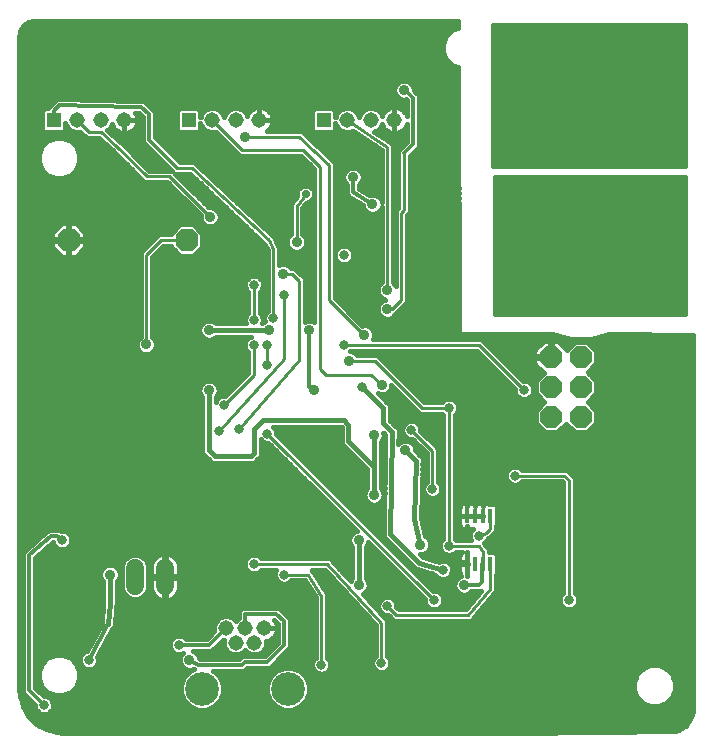
<source format=gbl>
G75*
%MOIN*%
%OFA0B0*%
%FSLAX24Y24*%
%IPPOS*%
%LPD*%
%AMOC8*
5,1,8,0,0,1.08239X$1,22.5*
%
%ADD10C,0.0100*%
%ADD11OC8,0.0760*%
%ADD12OC8,0.0740*%
%ADD13R,0.0177X0.0512*%
%ADD14R,0.0515X0.0515*%
%ADD15C,0.0515*%
%ADD16C,0.3543*%
%ADD17C,0.0600*%
%ADD18C,0.1122*%
%ADD19C,0.0160*%
%ADD20C,0.0317*%
%ADD21C,0.0320*%
%ADD22R,0.0356X0.0356*%
%ADD23C,0.0120*%
%ADD24C,0.0356*%
%ADD25C,0.0277*%
D10*
X013333Y011200D02*
X015783Y011200D01*
X017583Y009250D01*
X017583Y007900D01*
X018083Y009500D02*
X017783Y009800D01*
X018083Y009500D02*
X020483Y009500D01*
X021217Y010384D01*
X021217Y011193D01*
X020983Y011250D02*
X020983Y011600D01*
X020833Y011800D01*
X019833Y011800D01*
X019833Y016400D01*
X018933Y016400D01*
X017365Y017969D01*
X016514Y017969D01*
X016333Y018500D02*
X020833Y018500D01*
X022333Y017000D01*
X021333Y019500D02*
X021333Y024150D01*
X027733Y024150D01*
X027733Y019500D01*
X021333Y019500D01*
X021333Y019586D02*
X027733Y019586D01*
X027733Y019684D02*
X021333Y019684D01*
X021333Y019783D02*
X027733Y019783D01*
X027733Y019881D02*
X021333Y019881D01*
X021333Y019980D02*
X027733Y019980D01*
X027733Y020078D02*
X021333Y020078D01*
X021333Y020177D02*
X027733Y020177D01*
X027733Y020275D02*
X021333Y020275D01*
X021333Y020374D02*
X027733Y020374D01*
X027733Y020472D02*
X021333Y020472D01*
X021333Y020571D02*
X027733Y020571D01*
X027733Y020669D02*
X021333Y020669D01*
X021333Y020768D02*
X027733Y020768D01*
X027733Y020866D02*
X021333Y020866D01*
X021333Y020965D02*
X027733Y020965D01*
X027733Y021063D02*
X021333Y021063D01*
X021333Y021162D02*
X027733Y021162D01*
X027733Y021260D02*
X021333Y021260D01*
X021333Y021359D02*
X027733Y021359D01*
X027733Y021457D02*
X021333Y021457D01*
X021333Y021556D02*
X027733Y021556D01*
X027733Y021654D02*
X021333Y021654D01*
X021333Y021753D02*
X027733Y021753D01*
X027733Y021851D02*
X021333Y021851D01*
X021333Y021950D02*
X027733Y021950D01*
X027733Y022048D02*
X021333Y022048D01*
X021333Y022147D02*
X027733Y022147D01*
X027733Y022245D02*
X021333Y022245D01*
X021333Y022344D02*
X027733Y022344D01*
X027733Y022442D02*
X021333Y022442D01*
X021333Y022541D02*
X027733Y022541D01*
X027733Y022639D02*
X021333Y022639D01*
X021333Y022738D02*
X027733Y022738D01*
X027733Y022836D02*
X021333Y022836D01*
X021333Y022935D02*
X027733Y022935D01*
X027733Y023033D02*
X021333Y023033D01*
X021333Y023132D02*
X027733Y023132D01*
X027733Y023230D02*
X021333Y023230D01*
X021333Y023329D02*
X027733Y023329D01*
X027733Y023427D02*
X021333Y023427D01*
X021333Y023526D02*
X027733Y023526D01*
X027733Y023624D02*
X021333Y023624D01*
X021333Y023723D02*
X027733Y023723D01*
X027733Y023821D02*
X021333Y023821D01*
X021333Y023920D02*
X027733Y023920D01*
X027733Y024018D02*
X021333Y024018D01*
X021333Y024117D02*
X027733Y024117D01*
X027733Y024450D02*
X021283Y024450D01*
X021283Y029200D01*
X027733Y029200D01*
X027733Y024450D01*
X027733Y024511D02*
X021283Y024511D01*
X021283Y024609D02*
X027733Y024609D01*
X027733Y024708D02*
X021283Y024708D01*
X021283Y024806D02*
X027733Y024806D01*
X027733Y024905D02*
X021283Y024905D01*
X021283Y025003D02*
X027733Y025003D01*
X027733Y025102D02*
X021283Y025102D01*
X021283Y025200D02*
X027733Y025200D01*
X027733Y025299D02*
X021283Y025299D01*
X021283Y025397D02*
X027733Y025397D01*
X027733Y025496D02*
X021283Y025496D01*
X021283Y025594D02*
X027733Y025594D01*
X027733Y025693D02*
X021283Y025693D01*
X021283Y025791D02*
X027733Y025791D01*
X027733Y025890D02*
X021283Y025890D01*
X021283Y025988D02*
X027733Y025988D01*
X027733Y026087D02*
X021283Y026087D01*
X021283Y026185D02*
X027733Y026185D01*
X027733Y026284D02*
X021283Y026284D01*
X021283Y026382D02*
X027733Y026382D01*
X027733Y026481D02*
X021283Y026481D01*
X021283Y026579D02*
X027733Y026579D01*
X027733Y026678D02*
X021283Y026678D01*
X021283Y026776D02*
X027733Y026776D01*
X027733Y026875D02*
X021283Y026875D01*
X021283Y026973D02*
X027733Y026973D01*
X027733Y027072D02*
X021283Y027072D01*
X021283Y027170D02*
X027733Y027170D01*
X027733Y027269D02*
X021283Y027269D01*
X021283Y027367D02*
X027733Y027367D01*
X027733Y027466D02*
X021283Y027466D01*
X021283Y027564D02*
X027733Y027564D01*
X027733Y027663D02*
X021283Y027663D01*
X021283Y027761D02*
X027733Y027761D01*
X027733Y027860D02*
X021283Y027860D01*
X021283Y027958D02*
X027733Y027958D01*
X027733Y028057D02*
X021283Y028057D01*
X021283Y028155D02*
X027733Y028155D01*
X027733Y028254D02*
X021283Y028254D01*
X021283Y028352D02*
X027733Y028352D01*
X027733Y028451D02*
X021283Y028451D01*
X021283Y028549D02*
X027733Y028549D01*
X027733Y028648D02*
X021283Y028648D01*
X021283Y028746D02*
X027733Y028746D01*
X027733Y028845D02*
X021283Y028845D01*
X021283Y028943D02*
X027733Y028943D01*
X027733Y029042D02*
X021283Y029042D01*
X021283Y029140D02*
X027733Y029140D01*
X018333Y024894D02*
X018333Y023000D01*
X018247Y022913D01*
X018247Y020016D01*
X017932Y019701D01*
X017774Y019701D01*
X017774Y020331D02*
X017774Y022809D01*
X017783Y023250D01*
X017783Y025100D01*
X016440Y025994D01*
X014983Y025000D02*
X015533Y024450D01*
X015533Y017690D01*
X015727Y017496D01*
X017223Y017496D01*
X017588Y017181D01*
X017016Y018835D02*
X016999Y018835D01*
X015833Y020000D01*
X015833Y024500D01*
X014833Y025450D01*
X013177Y025450D01*
X012940Y025000D02*
X014983Y025000D01*
X015051Y023530D02*
X014751Y023131D01*
X014751Y021930D01*
X013983Y021700D02*
X013983Y019406D01*
X013333Y019350D02*
X013333Y020500D01*
X014310Y020882D02*
X014597Y020882D01*
X014833Y020646D01*
X014833Y018000D01*
X012833Y015700D01*
X012155Y015621D02*
X014333Y018050D01*
X014333Y020163D01*
X013983Y021700D02*
X013833Y022000D01*
X011283Y024400D01*
X010783Y024400D01*
X010515Y024125D02*
X009758Y024125D01*
X008740Y025144D01*
X008233Y025600D01*
X007833Y025606D01*
X010515Y024125D02*
X011869Y022772D01*
X011093Y022000D02*
X010231Y022000D01*
X009743Y021512D01*
X009743Y018520D01*
X012333Y016500D02*
X013333Y017500D01*
X013333Y018500D01*
X013783Y018500D02*
X013783Y017850D01*
X013782Y015551D02*
X019333Y010000D01*
X020833Y012150D02*
X021083Y012250D01*
X021217Y012384D01*
X021217Y012807D01*
X022033Y014150D02*
X023683Y014150D01*
X023833Y014000D01*
X023833Y010000D01*
X019283Y013700D02*
X019283Y014971D01*
X018583Y015671D01*
X015133Y010850D02*
X014333Y010850D01*
X015133Y010850D02*
X015583Y010150D01*
X015583Y007850D01*
X012940Y025000D02*
X011940Y026000D01*
D11*
X011093Y022000D03*
X007156Y022000D03*
D12*
X023233Y018100D03*
X024233Y018100D03*
X024233Y017100D03*
X023233Y017100D03*
X023233Y016100D03*
X024233Y016100D03*
D13*
X021217Y012807D03*
X020961Y012807D03*
X020705Y012807D03*
X020449Y012807D03*
X020449Y011193D03*
X020705Y011193D03*
X020961Y011193D03*
X021217Y011193D03*
D14*
X015652Y026000D03*
X011152Y026000D03*
X006652Y026000D03*
D15*
X007440Y026000D03*
X008227Y026000D03*
X009014Y026000D03*
X011940Y026000D03*
X012727Y026000D03*
X013514Y026000D03*
X016440Y026000D03*
X017227Y026000D03*
X018014Y026000D03*
X013663Y009058D03*
X013348Y008585D03*
X013033Y009058D03*
X012718Y008585D03*
X012403Y009058D03*
D16*
X024231Y021354D03*
X024231Y027260D03*
D17*
X010367Y011071D02*
X010367Y010471D01*
X009367Y010471D02*
X009367Y011071D01*
D18*
X011596Y007050D03*
X014470Y007050D03*
D19*
X005976Y005976D02*
X027838Y005976D01*
X027882Y006037D02*
X027729Y005825D01*
X027517Y005671D01*
X027378Y005626D01*
X022128Y005580D01*
X006949Y005580D01*
X006762Y005592D01*
X006400Y005689D01*
X006075Y005877D01*
X005810Y006142D01*
X005623Y006466D01*
X005526Y006828D01*
X005513Y007016D01*
X005513Y028792D01*
X005520Y028874D01*
X005570Y029030D01*
X005667Y029162D01*
X005800Y029259D01*
X005956Y029310D01*
X006038Y029316D01*
X020124Y029316D01*
X020125Y029076D01*
X019927Y028993D01*
X019736Y028802D01*
X019632Y028552D01*
X019632Y028282D01*
X019736Y028032D01*
X019927Y027840D01*
X020131Y027756D01*
X020173Y018879D01*
X023257Y018868D01*
X023283Y018854D01*
X023909Y018700D01*
X024553Y018700D01*
X025179Y018854D01*
X025192Y018861D01*
X027973Y018851D01*
X027973Y006416D01*
X027963Y006285D01*
X027882Y006037D01*
X027914Y006134D02*
X005818Y006134D01*
X005723Y006293D02*
X006119Y006293D01*
X006080Y006331D02*
X006164Y006247D01*
X006274Y006202D01*
X006393Y006202D01*
X006502Y006247D01*
X006586Y006331D01*
X006632Y006441D01*
X006632Y006559D01*
X006586Y006669D01*
X006502Y006753D01*
X006393Y006798D01*
X006318Y006798D01*
X006033Y007083D01*
X006033Y011409D01*
X006638Y011933D01*
X006680Y011831D01*
X006764Y011747D01*
X006874Y011702D01*
X006993Y011702D01*
X007102Y011747D01*
X007186Y011831D01*
X007232Y011941D01*
X007232Y012059D01*
X007186Y012169D01*
X007102Y012253D01*
X006993Y012298D01*
X006918Y012298D01*
X006866Y012350D01*
X006590Y012350D01*
X006515Y012355D01*
X006509Y012350D01*
X006500Y012350D01*
X006447Y012296D01*
X005759Y011700D01*
X005750Y011700D01*
X005697Y011646D01*
X005640Y011597D01*
X005639Y011589D01*
X005633Y011583D01*
X005633Y011507D01*
X005628Y011432D01*
X005633Y011425D01*
X005633Y006917D01*
X005750Y006800D01*
X005750Y006800D01*
X006035Y006516D01*
X006035Y006441D01*
X006080Y006331D01*
X006035Y006451D02*
X005631Y006451D01*
X005584Y006610D02*
X005941Y006610D01*
X005782Y006768D02*
X005542Y006768D01*
X005519Y006927D02*
X005633Y006927D01*
X005633Y007085D02*
X005513Y007085D01*
X005513Y007244D02*
X005633Y007244D01*
X005633Y007402D02*
X005513Y007402D01*
X005513Y007561D02*
X005633Y007561D01*
X005633Y007719D02*
X005513Y007719D01*
X005513Y007878D02*
X005633Y007878D01*
X005633Y008036D02*
X005513Y008036D01*
X005513Y008195D02*
X005633Y008195D01*
X005633Y008353D02*
X005513Y008353D01*
X005513Y008512D02*
X005633Y008512D01*
X005633Y008670D02*
X005513Y008670D01*
X005513Y008829D02*
X005633Y008829D01*
X005633Y008987D02*
X005513Y008987D01*
X005513Y009146D02*
X005633Y009146D01*
X005633Y009304D02*
X005513Y009304D01*
X005513Y009463D02*
X005633Y009463D01*
X005633Y009621D02*
X005513Y009621D01*
X005513Y009780D02*
X005633Y009780D01*
X005633Y009938D02*
X005513Y009938D01*
X005513Y010097D02*
X005633Y010097D01*
X005633Y010255D02*
X005513Y010255D01*
X005513Y010414D02*
X005633Y010414D01*
X005633Y010572D02*
X005513Y010572D01*
X005513Y010731D02*
X005633Y010731D01*
X005633Y010889D02*
X005513Y010889D01*
X005513Y011048D02*
X005633Y011048D01*
X005633Y011206D02*
X005513Y011206D01*
X005513Y011365D02*
X005633Y011365D01*
X005633Y011523D02*
X005513Y011523D01*
X005513Y011682D02*
X005732Y011682D01*
X005920Y011840D02*
X005513Y011840D01*
X005513Y011999D02*
X006103Y011999D01*
X006286Y012157D02*
X005513Y012157D01*
X005513Y012316D02*
X006466Y012316D01*
X006901Y012316D02*
X016749Y012316D01*
X016753Y012311D02*
X016653Y012270D01*
X016564Y012180D01*
X016515Y012063D01*
X016515Y011937D01*
X016564Y011820D01*
X016613Y011770D01*
X016613Y010730D01*
X016564Y010680D01*
X016551Y010649D01*
X015973Y011274D01*
X015973Y011279D01*
X015920Y011332D01*
X015870Y011387D01*
X015865Y011387D01*
X015862Y011390D01*
X015787Y011390D01*
X015712Y011393D01*
X015709Y011390D01*
X013568Y011390D01*
X013503Y011454D01*
X013393Y011500D01*
X013274Y011500D01*
X013163Y011454D01*
X013079Y011370D01*
X013033Y011260D01*
X013033Y011140D01*
X013079Y011030D01*
X013163Y010946D01*
X013274Y010900D01*
X013393Y010900D01*
X013503Y010946D01*
X013568Y011010D01*
X014075Y011010D01*
X014033Y010910D01*
X014033Y010790D01*
X014079Y010680D01*
X014163Y010596D01*
X014274Y010550D01*
X014393Y010550D01*
X014503Y010596D01*
X014568Y010660D01*
X015030Y010660D01*
X015393Y010094D01*
X015393Y008084D01*
X015329Y008020D01*
X015283Y007910D01*
X015283Y007790D01*
X015329Y007680D01*
X015413Y007596D01*
X015524Y007550D01*
X015643Y007550D01*
X015753Y007596D01*
X015838Y007680D01*
X015883Y007790D01*
X015883Y007910D01*
X015838Y008020D01*
X015773Y008084D01*
X015773Y010130D01*
X015786Y010187D01*
X015773Y010206D01*
X015773Y010229D01*
X015732Y010270D01*
X015323Y010906D01*
X015323Y010929D01*
X015282Y010970D01*
X015256Y011010D01*
X015700Y011010D01*
X017393Y009176D01*
X017393Y008134D01*
X017329Y008070D01*
X017283Y007960D01*
X017283Y007840D01*
X017329Y007730D01*
X017413Y007646D01*
X017524Y007600D01*
X017643Y007600D01*
X017753Y007646D01*
X017838Y007730D01*
X017883Y007840D01*
X017883Y007960D01*
X017838Y008070D01*
X017773Y008134D01*
X017773Y009246D01*
X017776Y009321D01*
X017773Y009324D01*
X017773Y009329D01*
X017720Y009382D01*
X016958Y010207D01*
X017014Y010230D01*
X017103Y010320D01*
X017151Y010437D01*
X017151Y010563D01*
X017103Y010680D01*
X017053Y010730D01*
X017053Y011770D01*
X017103Y011820D01*
X017145Y011920D01*
X019033Y010031D01*
X019033Y009940D01*
X019079Y009830D01*
X019163Y009746D01*
X019274Y009700D01*
X019393Y009700D01*
X019503Y009746D01*
X019588Y009830D01*
X019633Y009940D01*
X019633Y010060D01*
X019588Y010170D01*
X019503Y010254D01*
X019393Y010300D01*
X019302Y010300D01*
X014082Y015520D01*
X014082Y015611D01*
X014036Y015721D01*
X013978Y015780D01*
X016242Y015780D01*
X016263Y015759D01*
X016263Y015209D01*
X017063Y014409D01*
X017113Y014359D01*
X017113Y013730D01*
X017064Y013680D01*
X017015Y013563D01*
X017015Y013437D01*
X017064Y013320D01*
X017153Y013230D01*
X017270Y013182D01*
X017397Y013182D01*
X017514Y013230D01*
X017603Y013320D01*
X017651Y013437D01*
X017651Y013563D01*
X017603Y013680D01*
X017553Y013730D01*
X017553Y015270D01*
X017603Y015320D01*
X017651Y015437D01*
X017651Y015563D01*
X017646Y015576D01*
X017712Y015510D01*
X017665Y012292D01*
X017663Y012291D01*
X017663Y012202D01*
X017662Y012112D01*
X017663Y012111D01*
X017663Y012109D01*
X017727Y012046D01*
X017789Y011981D01*
X017791Y011981D01*
X018654Y011118D01*
X018681Y011067D01*
X018716Y011056D01*
X018742Y011030D01*
X018800Y011030D01*
X019370Y010852D01*
X019379Y010830D01*
X019463Y010746D01*
X019574Y010700D01*
X019693Y010700D01*
X019803Y010746D01*
X019888Y010830D01*
X019933Y010940D01*
X019933Y011060D01*
X019888Y011170D01*
X019803Y011254D01*
X019693Y011300D01*
X019574Y011300D01*
X019504Y011271D01*
X018951Y011444D01*
X018863Y011532D01*
X018947Y011532D01*
X019064Y011580D01*
X019153Y011670D01*
X019201Y011787D01*
X019201Y011913D01*
X019153Y012030D01*
X019064Y012120D01*
X019044Y012128D01*
X018904Y012723D01*
X018951Y014557D01*
X018953Y014559D01*
X018953Y014647D01*
X018956Y014735D01*
X018953Y014738D01*
X018953Y014741D01*
X018891Y014804D01*
X018830Y014868D01*
X018827Y014868D01*
X018701Y014993D01*
X018701Y015063D01*
X018653Y015180D01*
X018564Y015270D01*
X018447Y015318D01*
X018320Y015318D01*
X018203Y015270D01*
X018148Y015214D01*
X018152Y015508D01*
X018153Y015509D01*
X018153Y015598D01*
X018155Y015688D01*
X018153Y015689D01*
X018153Y015691D01*
X018090Y015754D01*
X018028Y015819D01*
X018026Y015819D01*
X017853Y015991D01*
X017853Y016491D01*
X017451Y016894D01*
X017525Y016863D01*
X017651Y016863D01*
X017768Y016911D01*
X017858Y017001D01*
X017906Y017118D01*
X017906Y017158D01*
X018743Y016321D01*
X018855Y016210D01*
X019599Y016210D01*
X019643Y016166D01*
X019643Y012034D01*
X019579Y011970D01*
X019533Y011860D01*
X019533Y011740D01*
X019579Y011630D01*
X019663Y011546D01*
X019774Y011500D01*
X019893Y011500D01*
X020003Y011546D01*
X020068Y011610D01*
X020280Y011610D01*
X020250Y011593D01*
X020217Y011559D01*
X020193Y011518D01*
X020181Y011473D01*
X020181Y011193D01*
X020449Y011193D01*
X020449Y011193D01*
X020181Y011193D01*
X020181Y010913D01*
X020193Y010868D01*
X020217Y010826D01*
X020238Y010805D01*
X020153Y010770D01*
X020064Y010680D01*
X020015Y010563D01*
X020015Y010437D01*
X020064Y010320D01*
X020153Y010230D01*
X020270Y010182D01*
X020397Y010182D01*
X020514Y010230D01*
X020583Y010300D01*
X020901Y010300D01*
X020394Y009690D01*
X018162Y009690D01*
X018083Y009769D01*
X018083Y009860D01*
X018038Y009970D01*
X017953Y010054D01*
X017843Y010100D01*
X017724Y010100D01*
X017613Y010054D01*
X017529Y009970D01*
X017483Y009860D01*
X017483Y009740D01*
X017529Y009630D01*
X017613Y009546D01*
X017724Y009500D01*
X017815Y009500D01*
X018005Y009310D01*
X020415Y009310D01*
X020423Y009304D01*
X020492Y009310D01*
X020562Y009310D01*
X020569Y009317D01*
X020579Y009318D01*
X020624Y009372D01*
X020673Y009421D01*
X020673Y009431D01*
X021358Y010256D01*
X021407Y010305D01*
X021407Y010315D01*
X021414Y010323D01*
X021407Y010393D01*
X021407Y010840D01*
X021446Y010879D01*
X021446Y011507D01*
X021364Y011589D01*
X021174Y011589D01*
X021183Y011651D01*
X021173Y011663D01*
X021173Y011679D01*
X021127Y011725D01*
X021023Y011863D01*
X021023Y011879D01*
X021005Y011897D01*
X021088Y011980D01*
X021121Y012060D01*
X021162Y012060D01*
X021190Y012088D01*
X021227Y012103D01*
X021244Y012142D01*
X021407Y012305D01*
X021407Y012455D01*
X021446Y012493D01*
X021446Y013121D01*
X021364Y013203D01*
X021164Y013203D01*
X021160Y013207D01*
X021119Y013231D01*
X021074Y013243D01*
X020961Y013243D01*
X020849Y013243D01*
X020833Y013239D01*
X020818Y013243D01*
X020705Y013243D01*
X020593Y013243D01*
X020577Y013239D01*
X020562Y013243D01*
X020449Y013243D01*
X020337Y013243D01*
X020291Y013231D01*
X020250Y013207D01*
X020217Y013174D01*
X020193Y013132D01*
X020181Y013087D01*
X020181Y012807D01*
X020181Y012527D01*
X020193Y012482D01*
X020217Y012441D01*
X020250Y012407D01*
X020291Y012383D01*
X020337Y012371D01*
X020449Y012371D01*
X020449Y012481D01*
X020449Y012481D01*
X020449Y012371D01*
X020562Y012371D01*
X020577Y012375D01*
X020593Y012371D01*
X020630Y012371D01*
X020579Y012320D01*
X020533Y012210D01*
X020533Y012090D01*
X020575Y011990D01*
X020068Y011990D01*
X020023Y012034D01*
X020023Y016166D01*
X020088Y016230D01*
X020133Y016340D01*
X020133Y016460D01*
X020088Y016570D01*
X020003Y016654D01*
X019893Y016700D01*
X019774Y016700D01*
X019663Y016654D01*
X019599Y016590D01*
X019012Y016590D01*
X017555Y018047D01*
X017555Y018047D01*
X017444Y018159D01*
X016774Y018159D01*
X016695Y018238D01*
X016578Y018287D01*
X016544Y018287D01*
X016568Y018310D01*
X020755Y018310D01*
X022033Y017031D01*
X022033Y016940D01*
X022079Y016830D01*
X022163Y016746D01*
X022274Y016700D01*
X022393Y016700D01*
X022503Y016746D01*
X022588Y016830D01*
X022633Y016940D01*
X022633Y017060D01*
X022588Y017170D01*
X022503Y017254D01*
X022393Y017300D01*
X022302Y017300D01*
X021023Y018579D01*
X020912Y018690D01*
X017300Y018690D01*
X017334Y018771D01*
X017334Y018898D01*
X017285Y019015D01*
X017196Y019104D01*
X017079Y019153D01*
X016952Y019153D01*
X016950Y019152D01*
X016023Y020079D01*
X016023Y024424D01*
X016025Y024426D01*
X016023Y024502D01*
X016023Y024579D01*
X016021Y024581D01*
X016021Y024584D01*
X015966Y024636D01*
X015912Y024690D01*
X015909Y024690D01*
X014966Y025586D01*
X014912Y025640D01*
X014909Y025640D01*
X014907Y025642D01*
X014831Y025640D01*
X013763Y025640D01*
X013799Y025666D01*
X013848Y025715D01*
X013889Y025771D01*
X013920Y025832D01*
X013941Y025898D01*
X013952Y025966D01*
X013952Y026000D01*
X013952Y026034D01*
X013941Y026102D01*
X013920Y026168D01*
X013889Y026229D01*
X013848Y026285D01*
X013799Y026334D01*
X013744Y026374D01*
X013682Y026405D01*
X013617Y026427D01*
X013549Y026437D01*
X013514Y026437D01*
X013480Y026437D01*
X013412Y026427D01*
X013347Y026405D01*
X013285Y026374D01*
X013229Y026334D01*
X013181Y026285D01*
X013140Y026229D01*
X013109Y026168D01*
X013100Y026139D01*
X013064Y026225D01*
X012952Y026337D01*
X012806Y026397D01*
X012648Y026397D01*
X012502Y026337D01*
X012390Y026225D01*
X012333Y026088D01*
X012277Y026225D01*
X012165Y026337D01*
X012019Y026397D01*
X011861Y026397D01*
X011714Y026337D01*
X011603Y026225D01*
X011550Y026097D01*
X011550Y026315D01*
X011468Y026397D01*
X010837Y026397D01*
X010755Y026315D01*
X010755Y025685D01*
X010837Y025603D01*
X011468Y025603D01*
X011550Y025685D01*
X011550Y025903D01*
X011603Y025775D01*
X011714Y025663D01*
X011861Y025603D01*
X012019Y025603D01*
X012054Y025617D01*
X012750Y024921D01*
X012861Y024810D01*
X014905Y024810D01*
X015343Y024371D01*
X015343Y019278D01*
X015247Y019318D01*
X015120Y019318D01*
X015023Y019278D01*
X015023Y020724D01*
X014676Y021072D01*
X014570Y021072D01*
X014490Y021152D01*
X014373Y021200D01*
X014246Y021200D01*
X014173Y021170D01*
X014173Y021669D01*
X014188Y021715D01*
X014173Y021745D01*
X014173Y021779D01*
X014139Y021813D01*
X014022Y022048D01*
X014021Y022084D01*
X013988Y022115D01*
X013968Y022155D01*
X013933Y022167D01*
X011416Y024536D01*
X011362Y024590D01*
X011359Y024590D01*
X011356Y024592D01*
X011280Y024590D01*
X010876Y024590D01*
X010033Y025433D01*
X010033Y026283D01*
X009916Y026400D01*
X009666Y026650D01*
X009285Y026650D01*
X006918Y026698D01*
X006916Y026700D01*
X006835Y026700D01*
X006755Y026702D01*
X006753Y026700D01*
X006750Y026700D01*
X006693Y026643D01*
X006635Y026587D01*
X006635Y026585D01*
X006452Y026402D01*
X006452Y026397D01*
X006337Y026397D01*
X006255Y026315D01*
X006255Y025685D01*
X006337Y025603D01*
X006968Y025603D01*
X007050Y025685D01*
X007050Y025903D01*
X007103Y025775D01*
X007214Y025663D01*
X007361Y025603D01*
X007519Y025603D01*
X007544Y025613D01*
X007750Y025406D01*
X007916Y025406D01*
X007925Y025415D01*
X008159Y025411D01*
X008609Y025006D01*
X009568Y024047D01*
X009679Y023935D01*
X010436Y023935D01*
X011551Y022821D01*
X011551Y022708D01*
X011599Y022591D01*
X011689Y022502D01*
X011805Y022454D01*
X011932Y022454D01*
X012049Y022502D01*
X012138Y022591D01*
X012187Y022708D01*
X012187Y022835D01*
X012138Y022952D01*
X012049Y023041D01*
X011932Y023090D01*
X011819Y023090D01*
X010709Y024200D01*
X010866Y024200D01*
X010876Y024210D01*
X011208Y024210D01*
X013679Y021885D01*
X013793Y021655D01*
X013793Y019641D01*
X013729Y019576D01*
X013683Y019466D01*
X013683Y019347D01*
X013706Y019292D01*
X013653Y019270D01*
X013603Y019220D01*
X013602Y019220D01*
X013632Y019291D01*
X013632Y019409D01*
X013586Y019519D01*
X013523Y019582D01*
X013523Y020268D01*
X013586Y020331D01*
X013632Y020441D01*
X013632Y020559D01*
X013586Y020669D01*
X013502Y020753D01*
X013393Y020798D01*
X013274Y020798D01*
X013164Y020753D01*
X013080Y020669D01*
X013035Y020559D01*
X013035Y020441D01*
X013080Y020331D01*
X013143Y020268D01*
X013143Y019582D01*
X013080Y019519D01*
X013035Y019409D01*
X013035Y019291D01*
X013064Y019220D01*
X012063Y019220D01*
X012014Y019270D01*
X011897Y019318D01*
X011770Y019318D01*
X011653Y019270D01*
X011564Y019180D01*
X011515Y019063D01*
X011515Y018937D01*
X011564Y018820D01*
X011653Y018730D01*
X011770Y018682D01*
X011897Y018682D01*
X012014Y018730D01*
X012063Y018780D01*
X013229Y018780D01*
X013164Y018753D01*
X013080Y018669D01*
X013035Y018559D01*
X013035Y018441D01*
X013080Y018331D01*
X013143Y018268D01*
X013143Y017579D01*
X012363Y016798D01*
X012274Y016798D01*
X012164Y016753D01*
X012080Y016669D01*
X012053Y016604D01*
X012053Y016770D01*
X012103Y016820D01*
X012151Y016937D01*
X012151Y017063D01*
X012103Y017180D01*
X012014Y017270D01*
X011897Y017318D01*
X011770Y017318D01*
X011653Y017270D01*
X011564Y017180D01*
X011515Y017063D01*
X011515Y016937D01*
X011564Y016820D01*
X011613Y016770D01*
X011613Y014909D01*
X011813Y014709D01*
X011942Y014580D01*
X013324Y014580D01*
X013424Y014680D01*
X013553Y014809D01*
X013553Y015356D01*
X013612Y015297D01*
X013722Y015251D01*
X013813Y015251D01*
X016753Y012311D01*
X016591Y012474D02*
X005513Y012474D01*
X005513Y012633D02*
X016432Y012633D01*
X016274Y012791D02*
X005513Y012791D01*
X005513Y012950D02*
X016115Y012950D01*
X015957Y013108D02*
X005513Y013108D01*
X005513Y013267D02*
X015798Y013267D01*
X015640Y013425D02*
X005513Y013425D01*
X005513Y013584D02*
X015481Y013584D01*
X015323Y013742D02*
X005513Y013742D01*
X005513Y013901D02*
X015164Y013901D01*
X015006Y014059D02*
X005513Y014059D01*
X005513Y014218D02*
X014847Y014218D01*
X014689Y014376D02*
X005513Y014376D01*
X005513Y014535D02*
X014530Y014535D01*
X014372Y014693D02*
X013437Y014693D01*
X013553Y014852D02*
X014213Y014852D01*
X014055Y015010D02*
X013553Y015010D01*
X013553Y015169D02*
X013896Y015169D01*
X013582Y015327D02*
X013553Y015327D01*
X013333Y015700D02*
X013333Y014900D01*
X013233Y014800D01*
X012033Y014800D01*
X011833Y015000D01*
X011833Y017000D01*
X011612Y017229D02*
X005513Y017229D01*
X005513Y017071D02*
X011518Y017071D01*
X011525Y016912D02*
X005513Y016912D01*
X005513Y016754D02*
X011613Y016754D01*
X011613Y016595D02*
X005513Y016595D01*
X005513Y016437D02*
X011613Y016437D01*
X011613Y016278D02*
X005513Y016278D01*
X005513Y016120D02*
X011613Y016120D01*
X011613Y015961D02*
X005513Y015961D01*
X005513Y015803D02*
X011613Y015803D01*
X011613Y015644D02*
X005513Y015644D01*
X005513Y015486D02*
X011613Y015486D01*
X011613Y015327D02*
X005513Y015327D01*
X005513Y015169D02*
X011613Y015169D01*
X011613Y015010D02*
X005513Y015010D01*
X005513Y014852D02*
X011671Y014852D01*
X011829Y014693D02*
X005513Y014693D01*
X005513Y017388D02*
X012952Y017388D01*
X013111Y017546D02*
X005513Y017546D01*
X005513Y017705D02*
X013143Y017705D01*
X013143Y017863D02*
X005513Y017863D01*
X005513Y018022D02*
X013143Y018022D01*
X013143Y018180D02*
X005513Y018180D01*
X005513Y018339D02*
X009474Y018339D01*
X009473Y018339D02*
X009563Y018250D01*
X009680Y018202D01*
X009806Y018202D01*
X009923Y018250D01*
X010012Y018339D01*
X010061Y018456D01*
X010061Y018583D01*
X010012Y018700D01*
X009933Y018780D01*
X009933Y021433D01*
X010310Y021810D01*
X010573Y021810D01*
X010573Y021785D01*
X010878Y021480D01*
X011309Y021480D01*
X011613Y021785D01*
X011613Y022215D01*
X011309Y022520D01*
X010878Y022520D01*
X010573Y022215D01*
X010573Y022190D01*
X010152Y022190D01*
X009664Y021702D01*
X009553Y021591D01*
X009553Y018780D01*
X009473Y018700D01*
X009425Y018583D01*
X009425Y018456D01*
X009473Y018339D01*
X009425Y018497D02*
X005513Y018497D01*
X005513Y018656D02*
X009455Y018656D01*
X009553Y018814D02*
X005513Y018814D01*
X005513Y018973D02*
X009553Y018973D01*
X009553Y019131D02*
X005513Y019131D01*
X005513Y019290D02*
X009553Y019290D01*
X009553Y019448D02*
X005513Y019448D01*
X005513Y019607D02*
X009553Y019607D01*
X009553Y019765D02*
X005513Y019765D01*
X005513Y019924D02*
X009553Y019924D01*
X009553Y020082D02*
X005513Y020082D01*
X005513Y020241D02*
X009553Y020241D01*
X009553Y020399D02*
X005513Y020399D01*
X005513Y020558D02*
X009553Y020558D01*
X009553Y020716D02*
X005513Y020716D01*
X005513Y020875D02*
X009553Y020875D01*
X009553Y021033D02*
X005513Y021033D01*
X005513Y021192D02*
X009553Y021192D01*
X009553Y021350D02*
X005513Y021350D01*
X005513Y021509D02*
X006856Y021509D01*
X006924Y021440D02*
X007136Y021440D01*
X007136Y021980D01*
X006596Y021980D01*
X006596Y021768D01*
X006924Y021440D01*
X007136Y021509D02*
X007176Y021509D01*
X007176Y021440D02*
X007388Y021440D01*
X007716Y021768D01*
X007716Y021980D01*
X007176Y021980D01*
X007176Y021440D01*
X007176Y021667D02*
X007136Y021667D01*
X007136Y021826D02*
X007176Y021826D01*
X007176Y021980D02*
X007136Y021980D01*
X007136Y022020D01*
X006596Y022020D01*
X006596Y022232D01*
X006924Y022560D01*
X007136Y022560D01*
X007136Y022020D01*
X007176Y022020D01*
X007176Y022560D01*
X007388Y022560D01*
X007716Y022232D01*
X007716Y022020D01*
X007176Y022020D01*
X007176Y021980D01*
X007176Y021984D02*
X009946Y021984D01*
X009788Y021826D02*
X007716Y021826D01*
X007615Y021667D02*
X009629Y021667D01*
X009553Y021509D02*
X007457Y021509D01*
X007136Y021984D02*
X005513Y021984D01*
X005513Y021826D02*
X006596Y021826D01*
X006697Y021667D02*
X005513Y021667D01*
X005513Y022143D02*
X006596Y022143D01*
X006665Y022301D02*
X005513Y022301D01*
X005513Y022460D02*
X006824Y022460D01*
X007136Y022460D02*
X007176Y022460D01*
X007176Y022301D02*
X007136Y022301D01*
X007136Y022143D02*
X007176Y022143D01*
X007489Y022460D02*
X010817Y022460D01*
X010659Y022301D02*
X007647Y022301D01*
X007716Y022143D02*
X010105Y022143D01*
X010167Y021667D02*
X010691Y021667D01*
X010849Y021509D02*
X010008Y021509D01*
X009933Y021350D02*
X013793Y021350D01*
X013793Y021192D02*
X009933Y021192D01*
X009933Y021033D02*
X013793Y021033D01*
X013793Y020875D02*
X009933Y020875D01*
X009933Y020716D02*
X013127Y020716D01*
X013035Y020558D02*
X009933Y020558D01*
X009933Y020399D02*
X013052Y020399D01*
X013143Y020241D02*
X009933Y020241D01*
X009933Y020082D02*
X013143Y020082D01*
X013143Y019924D02*
X009933Y019924D01*
X009933Y019765D02*
X013143Y019765D01*
X013143Y019607D02*
X009933Y019607D01*
X009933Y019448D02*
X013051Y019448D01*
X013035Y019290D02*
X011966Y019290D01*
X011701Y019290D02*
X009933Y019290D01*
X009933Y019131D02*
X011543Y019131D01*
X011515Y018973D02*
X009933Y018973D01*
X009933Y018814D02*
X011569Y018814D01*
X011833Y019000D02*
X013833Y019000D01*
X013701Y019290D02*
X013631Y019290D01*
X013616Y019448D02*
X013683Y019448D01*
X013759Y019607D02*
X013523Y019607D01*
X013523Y019765D02*
X013793Y019765D01*
X013793Y019924D02*
X013523Y019924D01*
X013523Y020082D02*
X013793Y020082D01*
X013793Y020241D02*
X013523Y020241D01*
X013615Y020399D02*
X013793Y020399D01*
X013793Y020558D02*
X013632Y020558D01*
X013539Y020716D02*
X013793Y020716D01*
X014173Y021192D02*
X014226Y021192D01*
X014173Y021350D02*
X015343Y021350D01*
X015343Y021192D02*
X014393Y021192D01*
X014715Y021033D02*
X015343Y021033D01*
X015343Y020875D02*
X014873Y020875D01*
X015023Y020716D02*
X015343Y020716D01*
X015343Y020558D02*
X015023Y020558D01*
X015023Y020399D02*
X015343Y020399D01*
X015343Y020241D02*
X015023Y020241D01*
X015023Y020082D02*
X015343Y020082D01*
X015343Y019924D02*
X015023Y019924D01*
X015023Y019765D02*
X015343Y019765D01*
X015343Y019607D02*
X015023Y019607D01*
X015023Y019448D02*
X015343Y019448D01*
X015343Y019290D02*
X015316Y019290D01*
X015051Y019290D02*
X015023Y019290D01*
X016023Y020082D02*
X017573Y020082D01*
X017594Y020061D02*
X017703Y020016D01*
X017594Y019970D01*
X017505Y019881D01*
X017456Y019764D01*
X017456Y019638D01*
X017505Y019521D01*
X017594Y019431D01*
X017711Y019383D01*
X017838Y019383D01*
X017954Y019431D01*
X018044Y019521D01*
X018061Y019561D01*
X018122Y019622D01*
X018437Y019937D01*
X018437Y022835D01*
X018523Y022921D01*
X018523Y024801D01*
X018833Y025111D01*
X018833Y026833D01*
X018716Y026950D01*
X018651Y027015D01*
X018651Y027063D01*
X018603Y027180D01*
X018514Y027270D01*
X018397Y027318D01*
X018270Y027318D01*
X018153Y027270D01*
X018064Y027180D01*
X018015Y027063D01*
X018015Y026937D01*
X018064Y026820D01*
X018153Y026730D01*
X018270Y026682D01*
X018397Y026682D01*
X018412Y026688D01*
X018433Y026667D01*
X018433Y026126D01*
X018420Y026168D01*
X018389Y026229D01*
X018348Y026285D01*
X018299Y026334D01*
X018244Y026374D01*
X018182Y026405D01*
X018117Y026427D01*
X018049Y026437D01*
X018014Y026437D01*
X017980Y026437D01*
X017912Y026427D01*
X017847Y026405D01*
X017785Y026374D01*
X017729Y026334D01*
X017681Y026285D01*
X017640Y026229D01*
X017609Y026168D01*
X017600Y026139D01*
X017564Y026225D01*
X017452Y026337D01*
X017306Y026397D01*
X017148Y026397D01*
X017002Y026337D01*
X016890Y026225D01*
X016833Y026088D01*
X016777Y026225D01*
X016665Y026337D01*
X016519Y026397D01*
X016361Y026397D01*
X016214Y026337D01*
X016103Y026225D01*
X016050Y026097D01*
X016050Y026315D01*
X015968Y026397D01*
X015337Y026397D01*
X015255Y026315D01*
X015255Y025685D01*
X015337Y025603D01*
X015968Y025603D01*
X016050Y025685D01*
X016050Y025903D01*
X016103Y025775D01*
X016214Y025663D01*
X016361Y025603D01*
X016519Y025603D01*
X016621Y025645D01*
X017593Y024998D01*
X017593Y023283D01*
X017553Y023380D01*
X017464Y023470D01*
X017347Y023518D01*
X017220Y023518D01*
X017177Y023500D01*
X016833Y023712D01*
X016833Y023850D01*
X016903Y023920D01*
X016951Y024037D01*
X016951Y024163D01*
X016903Y024280D01*
X016814Y024370D01*
X016697Y024418D01*
X016570Y024418D01*
X016453Y024370D01*
X016364Y024280D01*
X016315Y024163D01*
X016315Y024037D01*
X016364Y023920D01*
X016433Y023850D01*
X016433Y023657D01*
X016420Y023634D01*
X016433Y023577D01*
X016433Y023517D01*
X016452Y023499D01*
X016458Y023473D01*
X016509Y023442D01*
X016550Y023400D01*
X016577Y023400D01*
X016965Y023161D01*
X016965Y023137D01*
X017014Y023020D01*
X017103Y022930D01*
X017220Y022882D01*
X017347Y022882D01*
X017464Y022930D01*
X017553Y023020D01*
X017590Y023110D01*
X017586Y022889D01*
X017584Y022888D01*
X017584Y022811D01*
X017583Y022734D01*
X017584Y022733D01*
X017584Y020591D01*
X017505Y020511D01*
X017456Y020394D01*
X017456Y020267D01*
X017505Y020151D01*
X017594Y020061D01*
X017547Y019924D02*
X016179Y019924D01*
X016337Y019765D02*
X017457Y019765D01*
X017469Y019607D02*
X016496Y019607D01*
X016654Y019448D02*
X017577Y019448D01*
X017971Y019448D02*
X020171Y019448D01*
X020172Y019290D02*
X016813Y019290D01*
X017131Y019131D02*
X020172Y019131D01*
X020173Y018973D02*
X017303Y018973D01*
X017334Y018814D02*
X023447Y018814D01*
X023461Y018650D02*
X023253Y018650D01*
X023253Y018120D01*
X023213Y018120D01*
X023213Y018080D01*
X022683Y018080D01*
X022683Y017872D01*
X022984Y017572D01*
X022723Y017311D01*
X022723Y016889D01*
X023012Y016600D01*
X022723Y016311D01*
X022723Y015889D01*
X023022Y015590D01*
X023445Y015590D01*
X023733Y015879D01*
X024022Y015590D01*
X024445Y015590D01*
X024743Y015889D01*
X024743Y016311D01*
X024455Y016600D01*
X024743Y016889D01*
X024743Y017311D01*
X024455Y017600D01*
X024743Y017889D01*
X024743Y018311D01*
X024445Y018610D01*
X024022Y018610D01*
X023762Y018350D01*
X023461Y018650D01*
X023614Y018497D02*
X023909Y018497D01*
X023283Y018854D02*
X023283Y018854D01*
X023213Y018650D02*
X023006Y018650D01*
X022683Y018328D01*
X022683Y018120D01*
X023213Y018120D01*
X023213Y018650D01*
X023213Y018497D02*
X023253Y018497D01*
X023253Y018339D02*
X023213Y018339D01*
X023213Y018180D02*
X023253Y018180D01*
X022853Y018497D02*
X021105Y018497D01*
X021264Y018339D02*
X022694Y018339D01*
X022683Y018180D02*
X021422Y018180D01*
X021581Y018022D02*
X022683Y018022D01*
X022692Y017863D02*
X021739Y017863D01*
X021898Y017705D02*
X022851Y017705D01*
X022958Y017546D02*
X022056Y017546D01*
X022215Y017388D02*
X022800Y017388D01*
X022723Y017229D02*
X022529Y017229D01*
X022629Y017071D02*
X022723Y017071D01*
X022723Y016912D02*
X022622Y016912D01*
X022511Y016754D02*
X022859Y016754D01*
X023007Y016595D02*
X020063Y016595D01*
X020133Y016437D02*
X022849Y016437D01*
X022723Y016278D02*
X020108Y016278D01*
X020023Y016120D02*
X022723Y016120D01*
X022723Y015961D02*
X020023Y015961D01*
X020023Y015803D02*
X022810Y015803D01*
X022968Y015644D02*
X020023Y015644D01*
X020023Y015486D02*
X027973Y015486D01*
X027973Y015644D02*
X024499Y015644D01*
X024657Y015803D02*
X027973Y015803D01*
X027973Y015961D02*
X024743Y015961D01*
X024743Y016120D02*
X027973Y016120D01*
X027973Y016278D02*
X024743Y016278D01*
X024618Y016437D02*
X027973Y016437D01*
X027973Y016595D02*
X024460Y016595D01*
X024608Y016754D02*
X027973Y016754D01*
X027973Y016912D02*
X024743Y016912D01*
X024743Y017071D02*
X027973Y017071D01*
X027973Y017229D02*
X024743Y017229D01*
X024667Y017388D02*
X027973Y017388D01*
X027973Y017546D02*
X024509Y017546D01*
X024559Y017705D02*
X027973Y017705D01*
X027973Y017863D02*
X024718Y017863D01*
X024743Y018022D02*
X027973Y018022D01*
X027973Y018180D02*
X024743Y018180D01*
X024716Y018339D02*
X027973Y018339D01*
X027973Y018497D02*
X024558Y018497D01*
X025015Y018814D02*
X027973Y018814D01*
X027973Y018656D02*
X020947Y018656D01*
X020885Y018180D02*
X016753Y018180D01*
X017581Y018022D02*
X021043Y018022D01*
X021202Y017863D02*
X017739Y017863D01*
X017898Y017705D02*
X021360Y017705D01*
X021519Y017546D02*
X018056Y017546D01*
X018215Y017388D02*
X021677Y017388D01*
X021836Y017229D02*
X018373Y017229D01*
X018532Y017071D02*
X021994Y017071D01*
X022045Y016912D02*
X018690Y016912D01*
X018849Y016754D02*
X022156Y016754D01*
X023499Y015644D02*
X023968Y015644D01*
X023810Y015803D02*
X023657Y015803D01*
X023762Y014340D02*
X022268Y014340D01*
X022203Y014404D01*
X022093Y014450D01*
X021974Y014450D01*
X021863Y014404D01*
X021779Y014320D01*
X021733Y014210D01*
X021733Y014090D01*
X021779Y013980D01*
X021863Y013896D01*
X021974Y013850D01*
X022093Y013850D01*
X022203Y013896D01*
X022268Y013960D01*
X023605Y013960D01*
X023643Y013921D01*
X023643Y010234D01*
X023579Y010170D01*
X023533Y010060D01*
X023533Y009940D01*
X023579Y009830D01*
X023663Y009746D01*
X023774Y009700D01*
X023893Y009700D01*
X024003Y009746D01*
X024088Y009830D01*
X024133Y009940D01*
X024133Y010060D01*
X024088Y010170D01*
X024023Y010234D01*
X024023Y014079D01*
X023912Y014190D01*
X023873Y014229D01*
X023762Y014340D01*
X023885Y014218D02*
X027973Y014218D01*
X027973Y014376D02*
X022232Y014376D01*
X022208Y013901D02*
X023643Y013901D01*
X023643Y013742D02*
X020023Y013742D01*
X020023Y013584D02*
X023643Y013584D01*
X023643Y013425D02*
X020023Y013425D01*
X020023Y013267D02*
X023643Y013267D01*
X023643Y013108D02*
X021446Y013108D01*
X021446Y012950D02*
X023643Y012950D01*
X023643Y012791D02*
X021446Y012791D01*
X021446Y012633D02*
X023643Y012633D01*
X023643Y012474D02*
X021427Y012474D01*
X021407Y012316D02*
X023643Y012316D01*
X023643Y012157D02*
X021259Y012157D01*
X021095Y011999D02*
X023643Y011999D01*
X023643Y011840D02*
X021041Y011840D01*
X021171Y011682D02*
X023643Y011682D01*
X023643Y011523D02*
X021430Y011523D01*
X021446Y011365D02*
X023643Y011365D01*
X023643Y011206D02*
X021446Y011206D01*
X021446Y011048D02*
X023643Y011048D01*
X023643Y010889D02*
X021446Y010889D01*
X021407Y010731D02*
X023643Y010731D01*
X023643Y010572D02*
X021407Y010572D01*
X021407Y010414D02*
X023643Y010414D01*
X023643Y010255D02*
X021357Y010255D01*
X021226Y010097D02*
X023549Y010097D01*
X023534Y009938D02*
X021094Y009938D01*
X020962Y009780D02*
X023630Y009780D01*
X024037Y009780D02*
X027973Y009780D01*
X027973Y009938D02*
X024132Y009938D01*
X024118Y010097D02*
X027973Y010097D01*
X027973Y010255D02*
X024023Y010255D01*
X024023Y010414D02*
X027973Y010414D01*
X027973Y010572D02*
X024023Y010572D01*
X024023Y010731D02*
X027973Y010731D01*
X027973Y010889D02*
X024023Y010889D01*
X024023Y011048D02*
X027973Y011048D01*
X027973Y011206D02*
X024023Y011206D01*
X024023Y011365D02*
X027973Y011365D01*
X027973Y011523D02*
X024023Y011523D01*
X024023Y011682D02*
X027973Y011682D01*
X027973Y011840D02*
X024023Y011840D01*
X024023Y011999D02*
X027973Y011999D01*
X027973Y012157D02*
X024023Y012157D01*
X024023Y012316D02*
X027973Y012316D01*
X027973Y012474D02*
X024023Y012474D01*
X024023Y012633D02*
X027973Y012633D01*
X027973Y012791D02*
X024023Y012791D01*
X024023Y012950D02*
X027973Y012950D01*
X027973Y013108D02*
X024023Y013108D01*
X024023Y013267D02*
X027973Y013267D01*
X027973Y013425D02*
X024023Y013425D01*
X024023Y013584D02*
X027973Y013584D01*
X027973Y013742D02*
X024023Y013742D01*
X024023Y013901D02*
X027973Y013901D01*
X027973Y014059D02*
X024023Y014059D01*
X021859Y013901D02*
X020023Y013901D01*
X020023Y014059D02*
X021746Y014059D01*
X021737Y014218D02*
X020023Y014218D01*
X020023Y014376D02*
X021835Y014376D01*
X020961Y013243D02*
X020961Y013133D01*
X020961Y013133D01*
X020961Y013243D01*
X020705Y013243D02*
X020705Y013133D01*
X020705Y013243D01*
X020705Y013133D02*
X020705Y013133D01*
X020705Y013133D01*
X020449Y013133D02*
X020449Y013243D01*
X020449Y013133D01*
X020449Y013133D01*
X020187Y013108D02*
X020023Y013108D01*
X020023Y012950D02*
X020181Y012950D01*
X020181Y012807D02*
X020449Y012807D01*
X020181Y012807D01*
X020181Y012791D02*
X020023Y012791D01*
X020023Y012633D02*
X020181Y012633D01*
X020198Y012474D02*
X020023Y012474D01*
X020023Y012316D02*
X020577Y012316D01*
X020533Y012157D02*
X020023Y012157D01*
X020059Y011999D02*
X020571Y011999D01*
X020449Y012474D02*
X020449Y012474D01*
X020449Y012807D02*
X020449Y012807D01*
X020705Y012807D01*
X020705Y012807D01*
X020449Y012807D01*
X020449Y012807D01*
X020705Y012807D02*
X020961Y012807D01*
X020961Y012807D01*
X020705Y012807D01*
X020705Y012807D01*
X019643Y012791D02*
X018906Y012791D01*
X018910Y012950D02*
X019643Y012950D01*
X019643Y013108D02*
X018914Y013108D01*
X018918Y013267D02*
X019643Y013267D01*
X019643Y013425D02*
X019403Y013425D01*
X019453Y013446D02*
X019343Y013400D01*
X019224Y013400D01*
X019113Y013446D01*
X019029Y013530D01*
X018983Y013640D01*
X018983Y013760D01*
X019029Y013870D01*
X019093Y013934D01*
X019093Y014893D01*
X018615Y015371D01*
X018524Y015371D01*
X018413Y015417D01*
X018329Y015501D01*
X018283Y015612D01*
X018283Y015731D01*
X018329Y015841D01*
X018413Y015926D01*
X018524Y015971D01*
X018643Y015971D01*
X018753Y015926D01*
X018838Y015841D01*
X018883Y015731D01*
X018883Y015640D01*
X019362Y015161D01*
X019473Y015050D01*
X019473Y013934D01*
X019538Y013870D01*
X019583Y013760D01*
X019583Y013640D01*
X019538Y013530D01*
X019453Y013446D01*
X019560Y013584D02*
X019643Y013584D01*
X019643Y013742D02*
X019583Y013742D01*
X019643Y013901D02*
X019507Y013901D01*
X019473Y014059D02*
X019643Y014059D01*
X019643Y014218D02*
X019473Y014218D01*
X019473Y014376D02*
X019643Y014376D01*
X019643Y014535D02*
X019473Y014535D01*
X019473Y014693D02*
X019643Y014693D01*
X019643Y014852D02*
X019473Y014852D01*
X019473Y015010D02*
X019643Y015010D01*
X019643Y015169D02*
X019355Y015169D01*
X019196Y015327D02*
X019643Y015327D01*
X019643Y015486D02*
X019038Y015486D01*
X018883Y015644D02*
X019643Y015644D01*
X019643Y015803D02*
X018854Y015803D01*
X018668Y015961D02*
X019643Y015961D01*
X019643Y016120D02*
X017853Y016120D01*
X017853Y016278D02*
X018787Y016278D01*
X018743Y016321D02*
X018743Y016321D01*
X018628Y016437D02*
X017853Y016437D01*
X017749Y016595D02*
X018470Y016595D01*
X018311Y016754D02*
X017591Y016754D01*
X017769Y016912D02*
X018153Y016912D01*
X017994Y017071D02*
X017887Y017071D01*
X017633Y016400D02*
X016933Y017100D01*
X017633Y016400D02*
X017633Y015900D01*
X017933Y015600D01*
X017883Y012200D01*
X018833Y011250D01*
X019633Y011000D01*
X019912Y010889D02*
X020187Y010889D01*
X020181Y011048D02*
X019933Y011048D01*
X019852Y011206D02*
X020181Y011206D01*
X020181Y011365D02*
X019204Y011365D01*
X019158Y011682D02*
X019558Y011682D01*
X019533Y011840D02*
X019201Y011840D01*
X019166Y011999D02*
X019608Y011999D01*
X019643Y012157D02*
X019037Y012157D01*
X019000Y012316D02*
X019643Y012316D01*
X019643Y012474D02*
X018963Y012474D01*
X018925Y012633D02*
X019643Y012633D01*
X019163Y013425D02*
X018922Y013425D01*
X018926Y013584D02*
X019007Y013584D01*
X018983Y013742D02*
X018930Y013742D01*
X018934Y013901D02*
X019060Y013901D01*
X019093Y014059D02*
X018938Y014059D01*
X018942Y014218D02*
X019093Y014218D01*
X019093Y014376D02*
X018946Y014376D01*
X018950Y014535D02*
X019093Y014535D01*
X019093Y014693D02*
X018955Y014693D01*
X018845Y014852D02*
X019093Y014852D01*
X018976Y015010D02*
X018701Y015010D01*
X018658Y015169D02*
X018817Y015169D01*
X018659Y015327D02*
X018149Y015327D01*
X018152Y015486D02*
X018345Y015486D01*
X018283Y015644D02*
X018154Y015644D01*
X018043Y015803D02*
X018313Y015803D01*
X018499Y015961D02*
X017883Y015961D01*
X017712Y015486D02*
X017651Y015486D01*
X017606Y015327D02*
X017709Y015327D01*
X017707Y015169D02*
X017553Y015169D01*
X017553Y015010D02*
X017705Y015010D01*
X017702Y014852D02*
X017553Y014852D01*
X017553Y014693D02*
X017700Y014693D01*
X017698Y014535D02*
X017553Y014535D01*
X017553Y014376D02*
X017695Y014376D01*
X017693Y014218D02*
X017553Y014218D01*
X017553Y014059D02*
X017691Y014059D01*
X017688Y013901D02*
X017553Y013901D01*
X017553Y013742D02*
X017686Y013742D01*
X017684Y013584D02*
X017643Y013584D01*
X017647Y013425D02*
X017681Y013425D01*
X017679Y013267D02*
X017550Y013267D01*
X017677Y013108D02*
X016494Y013108D01*
X016336Y013267D02*
X017117Y013267D01*
X017020Y013425D02*
X016177Y013425D01*
X016019Y013584D02*
X017024Y013584D01*
X017113Y013742D02*
X015860Y013742D01*
X015702Y013901D02*
X017113Y013901D01*
X017113Y014059D02*
X015543Y014059D01*
X015385Y014218D02*
X017113Y014218D01*
X017096Y014376D02*
X015226Y014376D01*
X015068Y014535D02*
X016938Y014535D01*
X016779Y014693D02*
X014909Y014693D01*
X014751Y014852D02*
X016621Y014852D01*
X016462Y015010D02*
X014592Y015010D01*
X014434Y015169D02*
X016304Y015169D01*
X016263Y015327D02*
X014275Y015327D01*
X014117Y015486D02*
X016263Y015486D01*
X016263Y015644D02*
X014068Y015644D01*
X013633Y016000D02*
X016333Y016000D01*
X016483Y015850D01*
X016483Y015300D01*
X017283Y014500D01*
X017333Y014500D01*
X017333Y013500D01*
X017674Y012950D02*
X016653Y012950D01*
X016811Y012791D02*
X017672Y012791D01*
X017670Y012633D02*
X016970Y012633D01*
X017128Y012474D02*
X017667Y012474D01*
X017665Y012316D02*
X017287Y012316D01*
X017445Y012157D02*
X017663Y012157D01*
X017604Y011999D02*
X017772Y011999D01*
X017762Y011840D02*
X017932Y011840D01*
X017921Y011682D02*
X018091Y011682D01*
X018079Y011523D02*
X018249Y011523D01*
X018238Y011365D02*
X018408Y011365D01*
X018396Y011206D02*
X018566Y011206D01*
X018555Y011048D02*
X018725Y011048D01*
X018713Y010889D02*
X019251Y010889D01*
X019500Y010731D02*
X018872Y010731D01*
X019030Y010572D02*
X020019Y010572D01*
X020025Y010414D02*
X019189Y010414D01*
X019502Y010255D02*
X020128Y010255D01*
X019618Y010097D02*
X020732Y010097D01*
X020863Y010255D02*
X020538Y010255D01*
X020600Y009938D02*
X019632Y009938D01*
X019537Y009780D02*
X020468Y009780D01*
X020699Y009463D02*
X027973Y009463D01*
X027973Y009621D02*
X020831Y009621D01*
X020427Y009304D02*
X027973Y009304D01*
X027973Y009146D02*
X017773Y009146D01*
X017776Y009304D02*
X020422Y009304D01*
X019130Y009780D02*
X018083Y009780D01*
X018051Y009938D02*
X019034Y009938D01*
X018968Y010097D02*
X017851Y010097D01*
X017715Y010097D02*
X017061Y010097D01*
X017038Y010255D02*
X018810Y010255D01*
X018651Y010414D02*
X017142Y010414D01*
X017148Y010572D02*
X018493Y010572D01*
X018334Y010731D02*
X017053Y010731D01*
X017053Y010889D02*
X018176Y010889D01*
X018017Y011048D02*
X017053Y011048D01*
X017053Y011206D02*
X017859Y011206D01*
X017700Y011365D02*
X017053Y011365D01*
X017053Y011523D02*
X017542Y011523D01*
X017383Y011682D02*
X017053Y011682D01*
X017111Y011840D02*
X017225Y011840D01*
X016833Y012000D02*
X016833Y010500D01*
X016613Y010731D02*
X016475Y010731D01*
X016613Y010889D02*
X016329Y010889D01*
X016183Y011048D02*
X016613Y011048D01*
X016613Y011206D02*
X016036Y011206D01*
X015890Y011365D02*
X016613Y011365D01*
X016613Y011523D02*
X010530Y011523D01*
X010551Y011516D02*
X010480Y011539D01*
X010405Y011551D01*
X010387Y011551D01*
X010387Y010791D01*
X010847Y010791D01*
X010847Y011109D01*
X010835Y011184D01*
X010812Y011256D01*
X010778Y011323D01*
X010733Y011384D01*
X010680Y011437D01*
X010619Y011482D01*
X010551Y011516D01*
X010387Y011523D02*
X010347Y011523D01*
X010347Y011551D02*
X010329Y011551D01*
X010255Y011539D01*
X010183Y011516D01*
X010116Y011482D01*
X010054Y011437D01*
X010001Y011384D01*
X009957Y011323D01*
X009922Y011256D01*
X009899Y011184D01*
X009887Y011109D01*
X009887Y010791D01*
X010347Y010791D01*
X010347Y010751D01*
X010387Y010751D01*
X010387Y009991D01*
X010405Y009991D01*
X010480Y010003D01*
X010551Y010026D01*
X010619Y010061D01*
X010680Y010105D01*
X010733Y010159D01*
X010778Y010220D01*
X010812Y010287D01*
X010835Y010359D01*
X010847Y010433D01*
X010847Y010751D01*
X010387Y010751D01*
X010387Y010791D01*
X010347Y010791D01*
X010347Y011551D01*
X010204Y011523D02*
X006165Y011523D01*
X006033Y011365D02*
X009038Y011365D01*
X008994Y011320D02*
X009118Y011444D01*
X009280Y011511D01*
X009455Y011511D01*
X009616Y011444D01*
X009740Y011320D01*
X009807Y011159D01*
X009807Y010384D01*
X009740Y010222D01*
X009616Y010098D01*
X009455Y010031D01*
X009280Y010031D01*
X009118Y010098D01*
X008994Y010222D01*
X008927Y010384D01*
X008927Y011159D01*
X008994Y011320D01*
X008947Y011206D02*
X006033Y011206D01*
X006033Y011048D02*
X008281Y011048D01*
X008264Y011030D02*
X008215Y010913D01*
X008215Y010787D01*
X008264Y010670D01*
X008313Y010620D01*
X008313Y009908D01*
X008264Y009215D01*
X007766Y008295D01*
X007664Y008253D01*
X007580Y008169D01*
X007535Y008059D01*
X007535Y007941D01*
X007580Y007831D01*
X007664Y007747D01*
X007774Y007702D01*
X007893Y007702D01*
X008002Y007747D01*
X008086Y007831D01*
X008132Y007941D01*
X008132Y008059D01*
X008115Y008100D01*
X008615Y009023D01*
X008696Y009093D01*
X008747Y009802D01*
X008753Y009809D01*
X008753Y009892D01*
X008759Y009975D01*
X008753Y009982D01*
X008753Y010620D01*
X008803Y010670D01*
X008851Y010787D01*
X008851Y010913D01*
X008803Y011030D01*
X008714Y011120D01*
X008597Y011168D01*
X008470Y011168D01*
X008353Y011120D01*
X008264Y011030D01*
X008215Y010889D02*
X006033Y010889D01*
X006033Y010731D02*
X008239Y010731D01*
X008313Y010572D02*
X006033Y010572D01*
X006033Y010414D02*
X008313Y010414D01*
X008313Y010255D02*
X006033Y010255D01*
X006033Y010097D02*
X008313Y010097D01*
X008313Y009938D02*
X006033Y009938D01*
X006033Y009780D02*
X008304Y009780D01*
X008293Y009621D02*
X006033Y009621D01*
X006033Y009463D02*
X008282Y009463D01*
X008270Y009304D02*
X006033Y009304D01*
X006033Y009146D02*
X008226Y009146D01*
X008141Y008987D02*
X006033Y008987D01*
X006033Y008829D02*
X008055Y008829D01*
X007969Y008670D02*
X006033Y008670D01*
X006033Y008512D02*
X007883Y008512D01*
X007797Y008353D02*
X006033Y008353D01*
X006033Y008195D02*
X007606Y008195D01*
X007535Y008036D02*
X007259Y008036D01*
X007219Y008076D02*
X006969Y008180D01*
X006698Y008180D01*
X006448Y008076D01*
X006257Y007885D01*
X006153Y007635D01*
X006153Y007365D01*
X006257Y007115D01*
X006448Y006924D01*
X006698Y006820D01*
X006969Y006820D01*
X007219Y006924D01*
X007410Y007115D01*
X007513Y007365D01*
X007513Y007635D01*
X007410Y007885D01*
X007219Y008076D01*
X007413Y007878D02*
X007561Y007878D01*
X007479Y007719D02*
X007732Y007719D01*
X007935Y007719D02*
X011030Y007719D01*
X011003Y007730D02*
X011120Y007682D01*
X011247Y007682D01*
X011315Y007710D01*
X011335Y007701D01*
X011199Y007644D01*
X011002Y007447D01*
X010895Y007189D01*
X010895Y006911D01*
X011002Y006653D01*
X011199Y006456D01*
X011457Y006349D01*
X011736Y006349D01*
X011993Y006456D01*
X012191Y006653D01*
X012297Y006911D01*
X012297Y007189D01*
X012191Y007447D01*
X011993Y007644D01*
X011980Y007650D01*
X013016Y007650D01*
X013116Y007750D01*
X013866Y007750D01*
X014416Y008300D01*
X014533Y008417D01*
X014533Y009383D01*
X014283Y009633D01*
X014166Y009750D01*
X012950Y009750D01*
X012833Y009633D01*
X012833Y009405D01*
X012808Y009395D01*
X012718Y009305D01*
X012629Y009395D01*
X012482Y009455D01*
X012324Y009455D01*
X012178Y009395D01*
X012066Y009283D01*
X012006Y009137D01*
X012006Y008979D01*
X012016Y008954D01*
X011763Y008700D01*
X011055Y008700D01*
X011002Y008753D01*
X010893Y008798D01*
X010774Y008798D01*
X010664Y008753D01*
X010580Y008669D01*
X010535Y008559D01*
X010535Y008441D01*
X010580Y008331D01*
X010664Y008247D01*
X010774Y008202D01*
X010893Y008202D01*
X010965Y008232D01*
X010914Y008180D01*
X010865Y008063D01*
X010865Y007937D01*
X010914Y007820D01*
X011003Y007730D01*
X010890Y007878D02*
X008106Y007878D01*
X008132Y008036D02*
X010865Y008036D01*
X010928Y008195D02*
X008166Y008195D01*
X008252Y008353D02*
X010571Y008353D01*
X010535Y008512D02*
X008338Y008512D01*
X008424Y008670D02*
X010581Y008670D01*
X011290Y008300D02*
X011928Y008300D01*
X012299Y008671D01*
X012321Y008662D01*
X012321Y008506D01*
X012381Y008360D01*
X012493Y008248D01*
X012639Y008188D01*
X012797Y008188D01*
X012944Y008248D01*
X013033Y008338D01*
X013123Y008248D01*
X013269Y008188D01*
X013427Y008188D01*
X013573Y008248D01*
X013685Y008360D01*
X013746Y008506D01*
X013746Y008628D01*
X013766Y008631D01*
X013831Y008652D01*
X013893Y008684D01*
X013948Y008724D01*
X013997Y008773D01*
X014037Y008829D01*
X014069Y008890D01*
X014090Y008955D01*
X014101Y009023D01*
X014101Y009058D01*
X014101Y009092D01*
X014090Y009160D01*
X014069Y009226D01*
X014037Y009287D01*
X013997Y009343D01*
X013990Y009350D01*
X014000Y009350D01*
X014133Y009217D01*
X014133Y008583D01*
X013700Y008150D01*
X012950Y008150D01*
X012850Y008050D01*
X011531Y008050D01*
X011501Y008065D01*
X011453Y008180D01*
X011364Y008270D01*
X011290Y008300D01*
X011439Y008195D02*
X012623Y008195D01*
X012813Y008195D02*
X013253Y008195D01*
X013443Y008195D02*
X013745Y008195D01*
X013678Y008353D02*
X013903Y008353D01*
X013746Y008512D02*
X014062Y008512D01*
X014133Y008670D02*
X013866Y008670D01*
X014037Y008829D02*
X014133Y008829D01*
X014133Y008987D02*
X014095Y008987D01*
X014101Y009058D02*
X013663Y009058D01*
X014101Y009058D01*
X014092Y009146D02*
X014133Y009146D01*
X014046Y009304D02*
X014025Y009304D01*
X014295Y009621D02*
X015393Y009621D01*
X015393Y009463D02*
X014454Y009463D01*
X014533Y009304D02*
X015393Y009304D01*
X015393Y009146D02*
X014533Y009146D01*
X014533Y008987D02*
X015393Y008987D01*
X015393Y008829D02*
X014533Y008829D01*
X014533Y008670D02*
X015393Y008670D01*
X015393Y008512D02*
X014533Y008512D01*
X014469Y008353D02*
X015393Y008353D01*
X015393Y008195D02*
X014311Y008195D01*
X014152Y008036D02*
X015345Y008036D01*
X015283Y007878D02*
X013994Y007878D01*
X014073Y007644D02*
X013876Y007447D01*
X013769Y007189D01*
X013769Y006911D01*
X013876Y006653D01*
X014073Y006456D01*
X014331Y006349D01*
X014610Y006349D01*
X014867Y006456D01*
X015065Y006653D01*
X015171Y006911D01*
X015171Y007189D01*
X015065Y007447D01*
X014867Y007644D01*
X014610Y007751D01*
X014331Y007751D01*
X014073Y007644D01*
X013989Y007561D02*
X012077Y007561D01*
X012209Y007402D02*
X013857Y007402D01*
X013792Y007244D02*
X012275Y007244D01*
X012297Y007085D02*
X013769Y007085D01*
X013769Y006927D02*
X012297Y006927D01*
X012238Y006768D02*
X013828Y006768D01*
X013919Y006610D02*
X012147Y006610D01*
X011982Y006451D02*
X014085Y006451D01*
X014856Y006451D02*
X027973Y006451D01*
X027973Y006610D02*
X027104Y006610D01*
X027069Y006574D02*
X027260Y006765D01*
X027363Y007015D01*
X027363Y007285D01*
X027260Y007535D01*
X027069Y007726D01*
X026819Y007830D01*
X026548Y007830D01*
X026298Y007726D01*
X026107Y007535D01*
X026003Y007285D01*
X026003Y007015D01*
X026107Y006765D01*
X026298Y006574D01*
X026548Y006470D01*
X026819Y006470D01*
X027069Y006574D01*
X027261Y006768D02*
X027973Y006768D01*
X027973Y006927D02*
X027327Y006927D01*
X027363Y007085D02*
X027973Y007085D01*
X027973Y007244D02*
X027363Y007244D01*
X027315Y007402D02*
X027973Y007402D01*
X027973Y007561D02*
X027234Y007561D01*
X027076Y007719D02*
X027973Y007719D01*
X027973Y007878D02*
X017883Y007878D01*
X017852Y008036D02*
X027973Y008036D01*
X027973Y008195D02*
X017773Y008195D01*
X017773Y008353D02*
X027973Y008353D01*
X027973Y008512D02*
X017773Y008512D01*
X017773Y008670D02*
X027973Y008670D01*
X027973Y008829D02*
X017773Y008829D01*
X017773Y008987D02*
X027973Y008987D01*
X026291Y007719D02*
X017827Y007719D01*
X017340Y007719D02*
X015854Y007719D01*
X015883Y007878D02*
X017283Y007878D01*
X017315Y008036D02*
X015822Y008036D01*
X015773Y008195D02*
X017393Y008195D01*
X017393Y008353D02*
X015773Y008353D01*
X015773Y008512D02*
X017393Y008512D01*
X017393Y008670D02*
X015773Y008670D01*
X015773Y008829D02*
X017393Y008829D01*
X017393Y008987D02*
X015773Y008987D01*
X015773Y009146D02*
X017393Y009146D01*
X017275Y009304D02*
X015773Y009304D01*
X015773Y009463D02*
X017129Y009463D01*
X016982Y009621D02*
X015773Y009621D01*
X015773Y009780D02*
X016836Y009780D01*
X016690Y009938D02*
X015773Y009938D01*
X015773Y010097D02*
X016543Y010097D01*
X016397Y010255D02*
X015747Y010255D01*
X015640Y010414D02*
X016251Y010414D01*
X016104Y010572D02*
X015538Y010572D01*
X015436Y010731D02*
X015958Y010731D01*
X015812Y010889D02*
X015334Y010889D01*
X015086Y010572D02*
X014446Y010572D01*
X014221Y010572D02*
X010847Y010572D01*
X010847Y010731D02*
X014058Y010731D01*
X014033Y010889D02*
X010847Y010889D01*
X010847Y011048D02*
X013072Y011048D01*
X013033Y011206D02*
X010828Y011206D01*
X010747Y011365D02*
X013077Y011365D01*
X012833Y009621D02*
X008734Y009621D01*
X008723Y009463D02*
X012833Y009463D01*
X012087Y009304D02*
X008711Y009304D01*
X008700Y009146D02*
X012009Y009146D01*
X012006Y008987D02*
X008595Y008987D01*
X008510Y008829D02*
X011891Y008829D01*
X012140Y008512D02*
X012321Y008512D01*
X012298Y008670D02*
X012301Y008670D01*
X012389Y008353D02*
X011981Y008353D01*
X011115Y007561D02*
X007513Y007561D01*
X007513Y007402D02*
X010983Y007402D01*
X010918Y007244D02*
X007463Y007244D01*
X007380Y007085D02*
X010895Y007085D01*
X010895Y006927D02*
X007221Y006927D01*
X006611Y006610D02*
X011045Y006610D01*
X010954Y006768D02*
X006466Y006768D01*
X006445Y006927D02*
X006190Y006927D01*
X006287Y007085D02*
X006033Y007085D01*
X006033Y007244D02*
X006204Y007244D01*
X006153Y007402D02*
X006033Y007402D01*
X006033Y007561D02*
X006153Y007561D01*
X006188Y007719D02*
X006033Y007719D01*
X006033Y007878D02*
X006254Y007878D01*
X006408Y008036D02*
X006033Y008036D01*
X006632Y006451D02*
X011211Y006451D01*
X013085Y007719D02*
X014254Y007719D01*
X014687Y007719D02*
X015313Y007719D01*
X015498Y007561D02*
X014951Y007561D01*
X015083Y007402D02*
X026052Y007402D01*
X026003Y007244D02*
X015149Y007244D01*
X015171Y007085D02*
X026003Y007085D01*
X026040Y006927D02*
X015171Y006927D01*
X015112Y006768D02*
X026106Y006768D01*
X026262Y006610D02*
X015021Y006610D01*
X015668Y007561D02*
X026132Y007561D01*
X027964Y006293D02*
X006548Y006293D01*
X006178Y005817D02*
X027718Y005817D01*
X027478Y005659D02*
X006514Y005659D01*
X008483Y009200D02*
X008533Y009900D01*
X008533Y010850D01*
X008828Y010731D02*
X008927Y010731D01*
X008927Y010889D02*
X008851Y010889D01*
X008786Y011048D02*
X008927Y011048D01*
X008927Y010572D02*
X008753Y010572D01*
X008753Y010414D02*
X008927Y010414D01*
X008981Y010255D02*
X008753Y010255D01*
X008753Y010097D02*
X009122Y010097D01*
X008757Y009938D02*
X015393Y009938D01*
X015393Y009780D02*
X008745Y009780D01*
X009612Y010097D02*
X010066Y010097D01*
X010054Y010105D02*
X010116Y010061D01*
X010183Y010026D01*
X010255Y010003D01*
X010329Y009991D01*
X010347Y009991D01*
X010347Y010751D01*
X009887Y010751D01*
X009887Y010433D01*
X009899Y010359D01*
X009922Y010287D01*
X009957Y010220D01*
X010001Y010159D01*
X010054Y010105D01*
X009939Y010255D02*
X009754Y010255D01*
X009807Y010414D02*
X009890Y010414D01*
X009887Y010572D02*
X009807Y010572D01*
X009807Y010731D02*
X009887Y010731D01*
X009887Y010889D02*
X009807Y010889D01*
X009807Y011048D02*
X009887Y011048D01*
X009906Y011206D02*
X009788Y011206D01*
X009696Y011365D02*
X009987Y011365D01*
X010347Y011365D02*
X010387Y011365D01*
X010387Y011206D02*
X010347Y011206D01*
X010347Y011048D02*
X010387Y011048D01*
X010387Y010889D02*
X010347Y010889D01*
X010347Y010731D02*
X010387Y010731D01*
X010387Y010572D02*
X010347Y010572D01*
X010347Y010414D02*
X010387Y010414D01*
X010387Y010255D02*
X010347Y010255D01*
X010347Y010097D02*
X010387Y010097D01*
X010668Y010097D02*
X015392Y010097D01*
X015290Y010255D02*
X010796Y010255D01*
X010844Y010414D02*
X015188Y010414D01*
X016613Y011682D02*
X006348Y011682D01*
X006531Y011840D02*
X006677Y011840D01*
X007190Y011840D02*
X016555Y011840D01*
X016515Y011999D02*
X007232Y011999D01*
X007191Y012157D02*
X016554Y012157D01*
X018683Y012700D02*
X018733Y014650D01*
X018383Y015000D01*
X017333Y015500D02*
X017333Y014500D01*
X018683Y012700D02*
X018883Y011850D01*
X018871Y011523D02*
X019718Y011523D01*
X019949Y011523D02*
X020196Y011523D01*
X020449Y011523D02*
X020449Y011523D01*
X020449Y011610D02*
X020449Y011193D01*
X020449Y011610D01*
X020449Y011610D01*
X020449Y011365D02*
X020449Y011365D01*
X020449Y011206D02*
X020449Y011206D01*
X020449Y011193D02*
X020449Y011193D01*
X020449Y010796D01*
X020449Y010796D01*
X020449Y011193D01*
X020449Y011193D01*
X020477Y011193D01*
X020477Y011193D01*
X020449Y011193D01*
X020449Y011193D01*
X020449Y011048D02*
X020449Y011048D01*
X020449Y010889D02*
X020449Y010889D01*
X020114Y010731D02*
X019767Y010731D01*
X017852Y009463D02*
X017646Y009463D01*
X017538Y009621D02*
X017499Y009621D01*
X017483Y009780D02*
X017353Y009780D01*
X017207Y009938D02*
X017516Y009938D01*
X013663Y009058D02*
X013663Y009058D01*
X020023Y014535D02*
X027973Y014535D01*
X027973Y014693D02*
X020023Y014693D01*
X020023Y014852D02*
X027973Y014852D01*
X027973Y015010D02*
X020023Y015010D01*
X020023Y015169D02*
X027973Y015169D01*
X027973Y015327D02*
X020023Y015327D01*
X019604Y016595D02*
X019007Y016595D01*
X018106Y019607D02*
X020170Y019607D01*
X020169Y019765D02*
X018265Y019765D01*
X018423Y019924D02*
X020169Y019924D01*
X020168Y020082D02*
X018437Y020082D01*
X018437Y020241D02*
X020167Y020241D01*
X020166Y020399D02*
X018437Y020399D01*
X018437Y020558D02*
X020166Y020558D01*
X020165Y020716D02*
X018437Y020716D01*
X018437Y020875D02*
X020164Y020875D01*
X020163Y021033D02*
X018437Y021033D01*
X018437Y021192D02*
X020163Y021192D01*
X020162Y021350D02*
X018437Y021350D01*
X018437Y021509D02*
X020161Y021509D01*
X020160Y021667D02*
X018437Y021667D01*
X018437Y021826D02*
X020160Y021826D01*
X020159Y021984D02*
X018437Y021984D01*
X018437Y022143D02*
X020158Y022143D01*
X020157Y022301D02*
X018437Y022301D01*
X018437Y022460D02*
X020157Y022460D01*
X020156Y022618D02*
X018437Y022618D01*
X018437Y022777D02*
X020155Y022777D01*
X020154Y022935D02*
X018523Y022935D01*
X018523Y023094D02*
X020154Y023094D01*
X020153Y023252D02*
X018523Y023252D01*
X018523Y023411D02*
X020152Y023411D01*
X020151Y023569D02*
X018523Y023569D01*
X018523Y023728D02*
X020151Y023728D01*
X020150Y023886D02*
X018523Y023886D01*
X018523Y024045D02*
X020149Y024045D01*
X020148Y024203D02*
X018523Y024203D01*
X018523Y024362D02*
X020148Y024362D01*
X020147Y024520D02*
X018523Y024520D01*
X018523Y024679D02*
X020146Y024679D01*
X020145Y024837D02*
X018560Y024837D01*
X018718Y024996D02*
X020144Y024996D01*
X020144Y025154D02*
X018833Y025154D01*
X018833Y025313D02*
X020143Y025313D01*
X020142Y025471D02*
X018833Y025471D01*
X018833Y025630D02*
X020141Y025630D01*
X020141Y025788D02*
X018833Y025788D01*
X018833Y025947D02*
X020140Y025947D01*
X020139Y026105D02*
X018833Y026105D01*
X018833Y026264D02*
X020138Y026264D01*
X020138Y026422D02*
X018833Y026422D01*
X018833Y026581D02*
X020137Y026581D01*
X020136Y026739D02*
X018833Y026739D01*
X018769Y026898D02*
X020135Y026898D01*
X020135Y027056D02*
X018651Y027056D01*
X018569Y027215D02*
X020134Y027215D01*
X020133Y027373D02*
X005513Y027373D01*
X005513Y027215D02*
X018098Y027215D01*
X018015Y027056D02*
X005513Y027056D01*
X005513Y026898D02*
X018031Y026898D01*
X018144Y026739D02*
X005513Y026739D01*
X005513Y026581D02*
X006631Y026581D01*
X006473Y026422D02*
X005513Y026422D01*
X005513Y026264D02*
X006255Y026264D01*
X006255Y026105D02*
X005513Y026105D01*
X005513Y025947D02*
X006255Y025947D01*
X006255Y025788D02*
X005513Y025788D01*
X005513Y025630D02*
X006310Y025630D01*
X006448Y025313D02*
X006257Y025121D01*
X006153Y024871D01*
X006153Y024601D01*
X006257Y024351D01*
X006448Y024160D01*
X006698Y024056D01*
X006969Y024056D01*
X007219Y024160D01*
X007410Y024351D01*
X007513Y024601D01*
X007513Y024871D01*
X007410Y025121D01*
X007219Y025313D01*
X008268Y025313D01*
X008444Y025154D02*
X007377Y025154D01*
X007462Y024996D02*
X008619Y024996D01*
X008778Y024837D02*
X007513Y024837D01*
X007513Y024679D02*
X008936Y024679D01*
X009095Y024520D02*
X007480Y024520D01*
X007414Y024362D02*
X009253Y024362D01*
X009412Y024203D02*
X007262Y024203D01*
X006405Y024203D02*
X005513Y024203D01*
X005513Y024045D02*
X009570Y024045D01*
X009837Y024315D02*
X010585Y024315D01*
X009633Y025267D01*
X009633Y026117D01*
X009500Y026250D01*
X009374Y026250D01*
X009389Y026229D01*
X009420Y026168D01*
X009441Y026102D01*
X009452Y026034D01*
X009452Y026000D01*
X009014Y026000D01*
X009014Y026000D01*
X009014Y025563D01*
X008980Y025563D01*
X008912Y025573D01*
X008847Y025595D01*
X008785Y025626D01*
X008729Y025666D01*
X008681Y025715D01*
X008640Y025771D01*
X008609Y025832D01*
X008600Y025861D01*
X008564Y025775D01*
X008452Y025663D01*
X008449Y025662D01*
X008813Y025334D01*
X008818Y025334D01*
X008870Y025282D01*
X008925Y025232D01*
X008926Y025226D01*
X009837Y024315D01*
X009791Y024362D02*
X010539Y024362D01*
X010380Y024520D02*
X009632Y024520D01*
X009474Y024679D02*
X010222Y024679D01*
X010063Y024837D02*
X009315Y024837D01*
X009157Y024996D02*
X009905Y024996D01*
X009746Y025154D02*
X008998Y025154D01*
X008840Y025313D02*
X009633Y025313D01*
X009633Y025471D02*
X008660Y025471D01*
X008780Y025630D02*
X008484Y025630D01*
X008569Y025788D02*
X008631Y025788D01*
X009014Y025788D02*
X009014Y025788D01*
X009014Y025630D02*
X009014Y025630D01*
X009014Y025563D02*
X009049Y025563D01*
X009117Y025573D01*
X009182Y025595D01*
X009244Y025626D01*
X009299Y025666D01*
X009348Y025715D01*
X009389Y025771D01*
X009420Y025832D01*
X009441Y025898D01*
X009452Y025966D01*
X009452Y026000D01*
X009014Y026000D01*
X009014Y025563D01*
X009249Y025630D02*
X009633Y025630D01*
X009633Y025788D02*
X009397Y025788D01*
X009449Y025947D02*
X009633Y025947D01*
X009633Y026105D02*
X009440Y026105D01*
X009894Y026422D02*
X013398Y026422D01*
X013514Y026422D02*
X013514Y026422D01*
X013514Y026437D02*
X013514Y026000D01*
X013514Y026000D01*
X013514Y026437D01*
X013631Y026422D02*
X017898Y026422D01*
X018014Y026422D02*
X018014Y026422D01*
X018014Y026437D02*
X018014Y026000D01*
X018014Y026000D01*
X018014Y026000D01*
X018014Y025563D01*
X017980Y025563D01*
X017912Y025573D01*
X017847Y025595D01*
X017785Y025626D01*
X017729Y025666D01*
X017681Y025715D01*
X017640Y025771D01*
X017609Y025832D01*
X017600Y025861D01*
X017564Y025775D01*
X017452Y025663D01*
X017346Y025619D01*
X017841Y025290D01*
X017862Y025290D01*
X017904Y025248D01*
X017954Y025215D01*
X017958Y025194D01*
X017973Y025179D01*
X017973Y025119D01*
X017985Y025060D01*
X017973Y025043D01*
X017973Y023326D01*
X017975Y023325D01*
X017973Y023248D01*
X017973Y023171D01*
X017972Y023170D01*
X017964Y022807D01*
X017964Y020591D01*
X018044Y020511D01*
X018057Y020480D01*
X018057Y022992D01*
X018143Y023079D01*
X018143Y024801D01*
X018133Y024811D01*
X018133Y024977D01*
X018433Y025277D01*
X018433Y025874D01*
X018420Y025832D01*
X018389Y025771D01*
X018348Y025715D01*
X018299Y025666D01*
X018244Y025626D01*
X018182Y025595D01*
X018117Y025573D01*
X018049Y025563D01*
X018014Y025563D01*
X018014Y026000D01*
X018014Y026437D01*
X018131Y026422D02*
X018433Y026422D01*
X018433Y026264D02*
X018364Y026264D01*
X018433Y026581D02*
X009736Y026581D01*
X010033Y026264D02*
X010755Y026264D01*
X010755Y026105D02*
X010033Y026105D01*
X010033Y025947D02*
X010755Y025947D01*
X010755Y025788D02*
X010033Y025788D01*
X010033Y025630D02*
X010810Y025630D01*
X011495Y025630D02*
X011795Y025630D01*
X011597Y025788D02*
X011550Y025788D01*
X011550Y026105D02*
X011553Y026105D01*
X011550Y026264D02*
X011641Y026264D01*
X012238Y026264D02*
X012428Y026264D01*
X012340Y026105D02*
X012326Y026105D01*
X012200Y025471D02*
X010033Y025471D01*
X010154Y025313D02*
X012358Y025313D01*
X012517Y025154D02*
X010312Y025154D01*
X010471Y024996D02*
X012675Y024996D01*
X012834Y024837D02*
X010629Y024837D01*
X010788Y024679D02*
X015036Y024679D01*
X015195Y024520D02*
X011433Y024520D01*
X011601Y024362D02*
X015343Y024362D01*
X015343Y024203D02*
X011770Y024203D01*
X011938Y024045D02*
X015343Y024045D01*
X015343Y023886D02*
X012107Y023886D01*
X012275Y023728D02*
X014854Y023728D01*
X014893Y023767D02*
X014814Y023688D01*
X014772Y023586D01*
X014772Y023475D01*
X014607Y023255D01*
X014561Y023209D01*
X014561Y023194D01*
X014552Y023182D01*
X014561Y023117D01*
X014561Y022190D01*
X014481Y022111D01*
X014433Y021994D01*
X014433Y021867D01*
X014481Y021750D01*
X014571Y021661D01*
X014688Y021612D01*
X014814Y021612D01*
X014931Y021661D01*
X015021Y021750D01*
X015069Y021867D01*
X015069Y021994D01*
X015021Y022111D01*
X014941Y022190D01*
X014941Y023067D01*
X015079Y023252D01*
X015106Y023252D01*
X015209Y023294D01*
X015287Y023372D01*
X015329Y023475D01*
X015329Y023586D01*
X015287Y023688D01*
X015209Y023767D01*
X015106Y023809D01*
X014995Y023809D01*
X014893Y023767D01*
X014772Y023569D02*
X012443Y023569D01*
X012612Y023411D02*
X014723Y023411D01*
X014604Y023252D02*
X012780Y023252D01*
X012949Y023094D02*
X014561Y023094D01*
X014561Y022935D02*
X013117Y022935D01*
X013285Y022777D02*
X014561Y022777D01*
X014561Y022618D02*
X013454Y022618D01*
X013622Y022460D02*
X014561Y022460D01*
X014561Y022301D02*
X013791Y022301D01*
X013974Y022143D02*
X014513Y022143D01*
X014433Y021984D02*
X014054Y021984D01*
X014133Y021826D02*
X014450Y021826D01*
X014564Y021667D02*
X014173Y021667D01*
X014173Y021509D02*
X015343Y021509D01*
X015343Y021667D02*
X014938Y021667D01*
X015052Y021826D02*
X015343Y021826D01*
X015343Y021984D02*
X015069Y021984D01*
X014989Y022143D02*
X015343Y022143D01*
X015343Y022301D02*
X014941Y022301D01*
X014941Y022460D02*
X015343Y022460D01*
X015343Y022618D02*
X014941Y022618D01*
X014941Y022777D02*
X015343Y022777D01*
X015343Y022935D02*
X014941Y022935D01*
X014961Y023094D02*
X015343Y023094D01*
X015343Y023252D02*
X015107Y023252D01*
X015303Y023411D02*
X015343Y023411D01*
X015329Y023569D02*
X015343Y023569D01*
X015343Y023728D02*
X015248Y023728D01*
X016023Y023728D02*
X016433Y023728D01*
X016433Y023569D02*
X016023Y023569D01*
X016023Y023411D02*
X016540Y023411D01*
X016817Y023252D02*
X016023Y023252D01*
X016023Y023094D02*
X016983Y023094D01*
X017098Y022935D02*
X016023Y022935D01*
X016023Y022777D02*
X017584Y022777D01*
X017587Y022935D02*
X017468Y022935D01*
X017584Y023094D02*
X017590Y023094D01*
X017593Y023411D02*
X017523Y023411D01*
X017593Y023569D02*
X017065Y023569D01*
X016833Y023728D02*
X017593Y023728D01*
X017593Y023886D02*
X016869Y023886D01*
X016951Y024045D02*
X017593Y024045D01*
X017593Y024203D02*
X016935Y024203D01*
X016822Y024362D02*
X017593Y024362D01*
X017593Y024520D02*
X016023Y024520D01*
X016023Y024362D02*
X016445Y024362D01*
X016332Y024203D02*
X016023Y024203D01*
X016023Y024045D02*
X016315Y024045D01*
X016397Y023886D02*
X016023Y023886D01*
X015924Y024679D02*
X017593Y024679D01*
X017593Y024837D02*
X015754Y024837D01*
X015588Y024996D02*
X017593Y024996D01*
X017359Y025154D02*
X015421Y025154D01*
X015254Y025313D02*
X017121Y025313D01*
X016882Y025471D02*
X015087Y025471D01*
X014923Y025630D02*
X015310Y025630D01*
X015255Y025788D02*
X013897Y025788D01*
X013949Y025947D02*
X015255Y025947D01*
X015255Y026105D02*
X013940Y026105D01*
X013952Y026000D02*
X013514Y026000D01*
X013514Y026000D01*
X013952Y026000D01*
X013864Y026264D02*
X015255Y026264D01*
X016050Y026264D02*
X016141Y026264D01*
X016053Y026105D02*
X016050Y026105D01*
X016050Y025788D02*
X016097Y025788D01*
X015995Y025630D02*
X016295Y025630D01*
X016584Y025630D02*
X016644Y025630D01*
X016826Y026105D02*
X016840Y026105D01*
X016928Y026264D02*
X016738Y026264D01*
X017526Y026264D02*
X017665Y026264D01*
X018014Y026264D02*
X018014Y026264D01*
X018014Y026105D02*
X018014Y026105D01*
X018014Y025947D02*
X018014Y025947D01*
X018014Y025788D02*
X018014Y025788D01*
X018014Y025630D02*
X018014Y025630D01*
X017780Y025630D02*
X017371Y025630D01*
X017569Y025471D02*
X018433Y025471D01*
X018433Y025313D02*
X017807Y025313D01*
X017973Y025154D02*
X018311Y025154D01*
X018152Y024996D02*
X017973Y024996D01*
X017973Y024837D02*
X018133Y024837D01*
X018143Y024679D02*
X017973Y024679D01*
X017973Y024520D02*
X018143Y024520D01*
X018143Y024362D02*
X017973Y024362D01*
X017973Y024203D02*
X018143Y024203D01*
X018143Y024045D02*
X017973Y024045D01*
X017973Y023886D02*
X018143Y023886D01*
X018143Y023728D02*
X017973Y023728D01*
X017973Y023569D02*
X018143Y023569D01*
X018143Y023411D02*
X017973Y023411D01*
X017973Y023252D02*
X018143Y023252D01*
X018143Y023094D02*
X017970Y023094D01*
X017967Y022935D02*
X018057Y022935D01*
X018057Y022777D02*
X017964Y022777D01*
X017964Y022618D02*
X018057Y022618D01*
X018057Y022460D02*
X017964Y022460D01*
X017964Y022301D02*
X018057Y022301D01*
X018057Y022143D02*
X017964Y022143D01*
X017964Y021984D02*
X018057Y021984D01*
X018057Y021826D02*
X017964Y021826D01*
X017964Y021667D02*
X018057Y021667D01*
X018057Y021509D02*
X017964Y021509D01*
X017964Y021350D02*
X018057Y021350D01*
X018057Y021192D02*
X017964Y021192D01*
X017964Y021033D02*
X018057Y021033D01*
X018057Y020875D02*
X017964Y020875D01*
X017964Y020716D02*
X018057Y020716D01*
X018057Y020558D02*
X017997Y020558D01*
X017584Y020716D02*
X016023Y020716D01*
X016023Y020558D02*
X017551Y020558D01*
X017458Y020399D02*
X016023Y020399D01*
X016023Y020241D02*
X017467Y020241D01*
X017584Y020875D02*
X016023Y020875D01*
X016023Y021033D02*
X017584Y021033D01*
X017584Y021192D02*
X016023Y021192D01*
X016079Y021330D02*
X016163Y021246D01*
X016274Y021200D01*
X016393Y021200D01*
X016503Y021246D01*
X016588Y021330D01*
X016633Y021440D01*
X016633Y021560D01*
X016588Y021670D01*
X016503Y021754D01*
X016393Y021800D01*
X016274Y021800D01*
X016163Y021754D01*
X016079Y021670D01*
X016033Y021560D01*
X016033Y021440D01*
X016079Y021330D01*
X016071Y021350D02*
X016023Y021350D01*
X016023Y021509D02*
X016033Y021509D01*
X016023Y021667D02*
X016078Y021667D01*
X016023Y021826D02*
X017584Y021826D01*
X017584Y021984D02*
X016023Y021984D01*
X016023Y022143D02*
X017584Y022143D01*
X017584Y022301D02*
X016023Y022301D01*
X016023Y022460D02*
X017584Y022460D01*
X017584Y022618D02*
X016023Y022618D01*
X016589Y021667D02*
X017584Y021667D01*
X017584Y021509D02*
X016633Y021509D01*
X016596Y021350D02*
X017584Y021350D01*
X018783Y024000D02*
X019333Y024550D01*
X019333Y025000D01*
X018433Y025630D02*
X018249Y025630D01*
X018397Y025788D02*
X018433Y025788D01*
X017631Y025788D02*
X017569Y025788D01*
X020132Y027532D02*
X005513Y027532D01*
X005513Y027690D02*
X020132Y027690D01*
X019919Y027849D02*
X005513Y027849D01*
X005513Y028007D02*
X019760Y028007D01*
X019680Y028166D02*
X005513Y028166D01*
X005513Y028324D02*
X019632Y028324D01*
X019632Y028483D02*
X005513Y028483D01*
X005513Y028641D02*
X019669Y028641D01*
X019735Y028800D02*
X005514Y028800D01*
X005547Y028958D02*
X019892Y028958D01*
X020125Y029117D02*
X005634Y029117D01*
X005849Y029275D02*
X020124Y029275D01*
X013514Y026264D02*
X013514Y026264D01*
X013514Y026105D02*
X013514Y026105D01*
X013165Y026264D02*
X013026Y026264D01*
X011215Y024203D02*
X010869Y024203D01*
X010865Y024045D02*
X011384Y024045D01*
X011552Y023886D02*
X011023Y023886D01*
X011182Y023728D02*
X011721Y023728D01*
X011889Y023569D02*
X011340Y023569D01*
X011499Y023411D02*
X012057Y023411D01*
X012226Y023252D02*
X011657Y023252D01*
X011816Y023094D02*
X012394Y023094D01*
X012563Y022935D02*
X012145Y022935D01*
X012187Y022777D02*
X012731Y022777D01*
X012899Y022618D02*
X012149Y022618D01*
X011946Y022460D02*
X013068Y022460D01*
X013236Y022301D02*
X011528Y022301D01*
X011613Y022143D02*
X013405Y022143D01*
X013573Y021984D02*
X011613Y021984D01*
X011613Y021826D02*
X013708Y021826D01*
X013787Y021667D02*
X011496Y021667D01*
X011337Y021509D02*
X013793Y021509D01*
X011791Y022460D02*
X011369Y022460D01*
X011588Y022618D02*
X005513Y022618D01*
X005513Y022777D02*
X011551Y022777D01*
X011437Y022935D02*
X005513Y022935D01*
X005513Y023094D02*
X011278Y023094D01*
X011120Y023252D02*
X005513Y023252D01*
X005513Y023411D02*
X010961Y023411D01*
X010803Y023569D02*
X005513Y023569D01*
X005513Y023728D02*
X010644Y023728D01*
X010486Y023886D02*
X005513Y023886D01*
X005513Y024362D02*
X006253Y024362D01*
X006187Y024520D02*
X005513Y024520D01*
X005513Y024679D02*
X006153Y024679D01*
X006153Y024837D02*
X005513Y024837D01*
X005513Y024996D02*
X006205Y024996D01*
X006289Y025154D02*
X005513Y025154D01*
X005513Y025313D02*
X006448Y025313D01*
X006698Y025416D01*
X006969Y025416D01*
X007219Y025313D01*
X007295Y025630D02*
X006995Y025630D01*
X007050Y025788D02*
X007097Y025788D01*
X007686Y025471D02*
X005513Y025471D01*
X009014Y025947D02*
X009014Y025947D01*
X009014Y026000D02*
X009014Y026000D01*
X010031Y018656D02*
X013075Y018656D01*
X013035Y018497D02*
X010061Y018497D01*
X010011Y018339D02*
X013077Y018339D01*
X012794Y017229D02*
X012054Y017229D01*
X012148Y017071D02*
X012635Y017071D01*
X012477Y016912D02*
X012141Y016912D01*
X012166Y016754D02*
X012053Y016754D01*
X013333Y015700D02*
X013633Y016000D01*
X015183Y017150D02*
X015333Y017000D01*
X025179Y018854D02*
X025179Y018854D01*
D20*
X020383Y014950D03*
X013333Y018500D03*
X013333Y019350D03*
X013333Y020500D03*
X012333Y016500D03*
X011063Y014257D03*
X006933Y012000D03*
X006533Y015000D03*
X010833Y008500D03*
X007833Y008000D03*
X006333Y006500D03*
D21*
X013333Y011200D03*
X014333Y010850D03*
X015583Y007850D03*
X017583Y007900D03*
X017783Y009800D03*
X019333Y010000D03*
X019633Y011000D03*
X019833Y011800D03*
X020833Y012150D03*
X019283Y013700D03*
X018583Y015671D03*
X019833Y016400D03*
X022333Y017000D03*
X022033Y014150D03*
X023183Y010900D03*
X023833Y010000D03*
X024733Y010900D03*
X024833Y006800D03*
X015833Y015450D03*
X016933Y017100D03*
X016333Y018500D03*
X014333Y020163D03*
X013983Y019406D03*
X013783Y018500D03*
X013783Y017850D03*
X013782Y015551D03*
X012833Y015700D03*
X012155Y015621D03*
X016333Y021500D03*
X019333Y026500D03*
D22*
X021383Y017150D03*
D23*
X020333Y013400D02*
X020333Y013350D01*
X020433Y013250D01*
X020433Y012823D01*
X020449Y012807D01*
X019283Y013000D02*
X019283Y013050D01*
X019283Y013100D01*
X019283Y013000D02*
X019483Y011600D01*
X019633Y011450D01*
X020442Y011250D01*
X020449Y011193D01*
X020933Y011200D02*
X020933Y010600D01*
X020833Y010500D01*
X020333Y010500D01*
X014333Y009300D02*
X014333Y008500D01*
X013783Y007950D01*
X013033Y007950D01*
X012933Y007850D01*
X011483Y007850D01*
X011183Y008000D01*
X010833Y008500D02*
X011846Y008500D01*
X012403Y009058D01*
X013033Y009058D02*
X013033Y009550D01*
X014083Y009550D01*
X014333Y009300D01*
X008483Y009200D02*
X007833Y008000D01*
X006333Y006500D02*
X005833Y007000D01*
X005833Y011500D01*
X006583Y012150D01*
X006783Y012150D01*
X006933Y012000D01*
X015183Y017150D02*
X015183Y019000D01*
X017283Y023200D02*
X016633Y023600D01*
X016633Y024100D01*
X018333Y024894D02*
X018633Y025194D01*
X018633Y026750D01*
X018383Y027000D01*
X018333Y027000D01*
X013177Y025450D02*
X013033Y025450D01*
X010783Y024400D02*
X009833Y025350D01*
X009833Y026200D01*
X009583Y026450D01*
X009283Y026450D01*
X006833Y026500D01*
X006652Y026319D01*
X006652Y026000D01*
X007440Y026000D02*
X007833Y025606D01*
D24*
X011869Y022772D03*
X014310Y020882D03*
X014751Y021930D03*
X016833Y021900D03*
X017283Y023200D03*
X016633Y024100D03*
X018783Y024000D03*
X019333Y025000D03*
X018333Y027000D03*
X013033Y025450D03*
X017774Y020331D03*
X017774Y019701D03*
X017016Y018835D03*
X016514Y017969D03*
X017588Y017181D03*
X017333Y015500D03*
X018383Y015000D03*
X017333Y013500D03*
X016833Y012000D03*
X016833Y010500D03*
X018883Y011850D03*
X019283Y013050D03*
X020333Y013400D03*
X020333Y010500D03*
X014683Y015450D03*
X015333Y017000D03*
X015183Y019000D03*
X013833Y019000D03*
X011833Y019000D03*
X011833Y017000D03*
X009743Y018520D03*
X008533Y010850D03*
X011183Y008000D03*
X027333Y016000D03*
D25*
X026203Y019933D03*
X025215Y020370D03*
X024231Y019976D03*
X023247Y020370D03*
X022656Y019780D03*
X021672Y019633D03*
X021672Y020370D03*
X021672Y021157D03*
X021672Y021945D03*
X022262Y022142D03*
X021672Y022732D03*
X022656Y022929D03*
X023247Y022339D03*
X024231Y022732D03*
X024378Y023663D03*
X023790Y023763D03*
X023050Y023717D03*
X023640Y024701D03*
X023050Y024898D03*
X023444Y025291D03*
X022656Y025685D03*
X023247Y026276D03*
X022262Y026472D03*
X021672Y026669D03*
X021672Y025882D03*
X021540Y024751D03*
X021522Y023882D03*
X022853Y021354D03*
X025215Y022339D03*
X025609Y021354D03*
X026320Y021219D03*
X027003Y021913D03*
X026503Y022413D03*
X026794Y023023D03*
X027418Y022673D03*
X027153Y023663D03*
X026153Y023763D03*
X026056Y023029D03*
X025315Y023763D03*
X025215Y024701D03*
X025018Y025291D03*
X024428Y024701D03*
X024231Y025882D03*
X025215Y026276D03*
X025806Y025685D03*
X026553Y025481D03*
X027203Y024931D03*
X027253Y026031D03*
X026503Y026531D03*
X027303Y027131D03*
X026503Y027531D03*
X025609Y027260D03*
X025215Y028244D03*
X026003Y029031D03*
X027003Y028531D03*
X024231Y028638D03*
X023247Y028244D03*
X022306Y028985D03*
X022212Y028497D03*
X021672Y028244D03*
X022012Y027897D03*
X021672Y027457D03*
X022853Y027260D03*
X021672Y029031D03*
X026003Y024701D03*
X027303Y021163D03*
X027303Y020313D03*
X015051Y023530D03*
M02*

</source>
